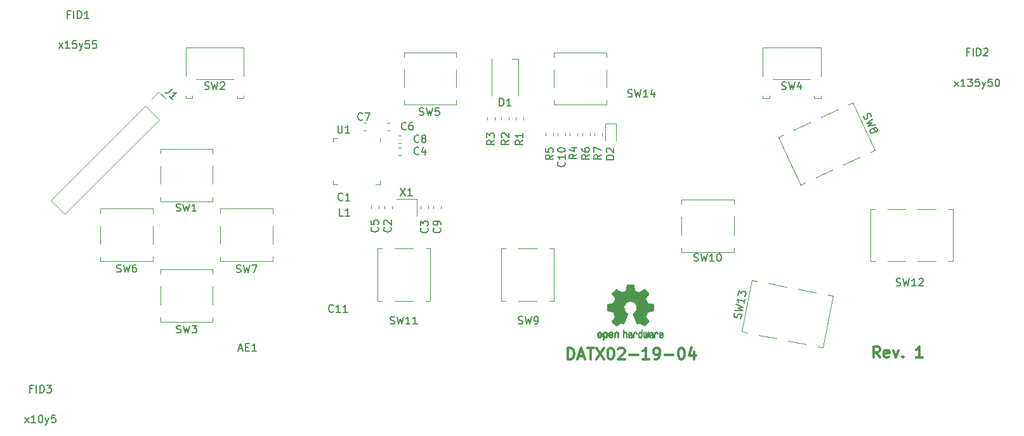
<source format=gbr>
%TF.GenerationSoftware,KiCad,Pcbnew,5.0.1*%
%TF.CreationDate,2019-03-25T09:06:49+01:00*%
%TF.ProjectId,rev1,726576312E6B696361645F7063620000,rev?*%
%TF.SameCoordinates,Original*%
%TF.FileFunction,Legend,Top*%
%TF.FilePolarity,Positive*%
%FSLAX46Y46*%
G04 Gerber Fmt 4.6, Leading zero omitted, Abs format (unit mm)*
G04 Created by KiCad (PCBNEW 5.0.1) date Mon 25 Mar 2019 09:06:49 AM CET*
%MOMM*%
%LPD*%
G01*
G04 APERTURE LIST*
%ADD10C,0.300000*%
%ADD11C,0.120000*%
%ADD12C,0.010000*%
%ADD13C,0.150000*%
G04 APERTURE END LIST*
D10*
X211007142Y-127778571D02*
X210507142Y-127064285D01*
X210150000Y-127778571D02*
X210150000Y-126278571D01*
X210721428Y-126278571D01*
X210864285Y-126350000D01*
X210935714Y-126421428D01*
X211007142Y-126564285D01*
X211007142Y-126778571D01*
X210935714Y-126921428D01*
X210864285Y-126992857D01*
X210721428Y-127064285D01*
X210150000Y-127064285D01*
X212221428Y-127707142D02*
X212078571Y-127778571D01*
X211792857Y-127778571D01*
X211650000Y-127707142D01*
X211578571Y-127564285D01*
X211578571Y-126992857D01*
X211650000Y-126850000D01*
X211792857Y-126778571D01*
X212078571Y-126778571D01*
X212221428Y-126850000D01*
X212292857Y-126992857D01*
X212292857Y-127135714D01*
X211578571Y-127278571D01*
X212792857Y-126778571D02*
X213150000Y-127778571D01*
X213507142Y-126778571D01*
X214078571Y-127635714D02*
X214150000Y-127707142D01*
X214078571Y-127778571D01*
X214007142Y-127707142D01*
X214078571Y-127635714D01*
X214078571Y-127778571D01*
X216721428Y-127778571D02*
X215864285Y-127778571D01*
X216292857Y-127778571D02*
X216292857Y-126278571D01*
X216150000Y-126492857D01*
X216007142Y-126635714D01*
X215864285Y-126707142D01*
X169385714Y-127978571D02*
X169385714Y-126478571D01*
X169742857Y-126478571D01*
X169957142Y-126550000D01*
X170100000Y-126692857D01*
X170171428Y-126835714D01*
X170242857Y-127121428D01*
X170242857Y-127335714D01*
X170171428Y-127621428D01*
X170100000Y-127764285D01*
X169957142Y-127907142D01*
X169742857Y-127978571D01*
X169385714Y-127978571D01*
X170814285Y-127550000D02*
X171528571Y-127550000D01*
X170671428Y-127978571D02*
X171171428Y-126478571D01*
X171671428Y-127978571D01*
X171957142Y-126478571D02*
X172814285Y-126478571D01*
X172385714Y-127978571D02*
X172385714Y-126478571D01*
X173171428Y-126478571D02*
X174171428Y-127978571D01*
X174171428Y-126478571D02*
X173171428Y-127978571D01*
X175028571Y-126478571D02*
X175171428Y-126478571D01*
X175314285Y-126550000D01*
X175385714Y-126621428D01*
X175457142Y-126764285D01*
X175528571Y-127050000D01*
X175528571Y-127407142D01*
X175457142Y-127692857D01*
X175385714Y-127835714D01*
X175314285Y-127907142D01*
X175171428Y-127978571D01*
X175028571Y-127978571D01*
X174885714Y-127907142D01*
X174814285Y-127835714D01*
X174742857Y-127692857D01*
X174671428Y-127407142D01*
X174671428Y-127050000D01*
X174742857Y-126764285D01*
X174814285Y-126621428D01*
X174885714Y-126550000D01*
X175028571Y-126478571D01*
X176100000Y-126621428D02*
X176171428Y-126550000D01*
X176314285Y-126478571D01*
X176671428Y-126478571D01*
X176814285Y-126550000D01*
X176885714Y-126621428D01*
X176957142Y-126764285D01*
X176957142Y-126907142D01*
X176885714Y-127121428D01*
X176028571Y-127978571D01*
X176957142Y-127978571D01*
X177600000Y-127407142D02*
X178742857Y-127407142D01*
X180242857Y-127978571D02*
X179385714Y-127978571D01*
X179814285Y-127978571D02*
X179814285Y-126478571D01*
X179671428Y-126692857D01*
X179528571Y-126835714D01*
X179385714Y-126907142D01*
X180957142Y-127978571D02*
X181242857Y-127978571D01*
X181385714Y-127907142D01*
X181457142Y-127835714D01*
X181600000Y-127621428D01*
X181671428Y-127335714D01*
X181671428Y-126764285D01*
X181600000Y-126621428D01*
X181528571Y-126550000D01*
X181385714Y-126478571D01*
X181100000Y-126478571D01*
X180957142Y-126550000D01*
X180885714Y-126621428D01*
X180814285Y-126764285D01*
X180814285Y-127121428D01*
X180885714Y-127264285D01*
X180957142Y-127335714D01*
X181100000Y-127407142D01*
X181385714Y-127407142D01*
X181528571Y-127335714D01*
X181600000Y-127264285D01*
X181671428Y-127121428D01*
X182314285Y-127407142D02*
X183457142Y-127407142D01*
X184457142Y-126478571D02*
X184600000Y-126478571D01*
X184742857Y-126550000D01*
X184814285Y-126621428D01*
X184885714Y-126764285D01*
X184957142Y-127050000D01*
X184957142Y-127407142D01*
X184885714Y-127692857D01*
X184814285Y-127835714D01*
X184742857Y-127907142D01*
X184600000Y-127978571D01*
X184457142Y-127978571D01*
X184314285Y-127907142D01*
X184242857Y-127835714D01*
X184171428Y-127692857D01*
X184100000Y-127407142D01*
X184100000Y-127050000D01*
X184171428Y-126764285D01*
X184242857Y-126621428D01*
X184314285Y-126550000D01*
X184457142Y-126478571D01*
X186242857Y-126978571D02*
X186242857Y-127978571D01*
X185885714Y-126407142D02*
X185528571Y-127478571D01*
X186457142Y-127478571D01*
D11*
X114800000Y-92269096D02*
X115740452Y-93209548D01*
X113859548Y-93209548D02*
X114800000Y-92269096D01*
X112961522Y-94107574D02*
X114842426Y-95988478D01*
X114842426Y-95988478D02*
X102227641Y-108603263D01*
X112961522Y-94107574D02*
X100346737Y-106722359D01*
X100346737Y-106722359D02*
X102227641Y-108603263D01*
X144160000Y-107850279D02*
X144160000Y-107524721D01*
X143140000Y-107850279D02*
X143140000Y-107524721D01*
X175810000Y-98787500D02*
X175810000Y-96502500D01*
X175810000Y-96502500D02*
X174340000Y-96502500D01*
X174340000Y-96502500D02*
X174340000Y-98787500D01*
X193943882Y-117439855D02*
X194631021Y-117573422D01*
X204741781Y-119538754D02*
X204054642Y-119405188D01*
X203406118Y-126410145D02*
X202718979Y-126276578D01*
X192608219Y-124311246D02*
X193295358Y-124444812D01*
X198792470Y-125513342D02*
X201148375Y-125971284D01*
X200128133Y-118641952D02*
X202484038Y-119099894D01*
X193943882Y-117439855D02*
X192608219Y-124311246D01*
X203406118Y-126410145D02*
X204741781Y-119538754D01*
X194865961Y-124750106D02*
X197221866Y-125208048D01*
X196201624Y-117878716D02*
X198557529Y-118336658D01*
X184525000Y-113675000D02*
X184525000Y-113075000D01*
X184525000Y-106675000D02*
X184525000Y-107275000D01*
X191525000Y-106675000D02*
X191525000Y-107275000D01*
X191525000Y-113675000D02*
X191525000Y-113075000D01*
X191525000Y-111375000D02*
X191525000Y-108975000D01*
X184525000Y-111375000D02*
X184525000Y-108975000D01*
X184525000Y-113675000D02*
X191525000Y-113675000D01*
X191525000Y-106675000D02*
X184525000Y-106675000D01*
X210388856Y-100047677D02*
X209754441Y-100343510D01*
X200419471Y-104696478D02*
X201053886Y-104400645D01*
X197461143Y-98352324D02*
X198095558Y-98056491D01*
X207430528Y-93703523D02*
X206796113Y-93999356D01*
X201720789Y-96366018D02*
X199545651Y-97380302D01*
X204679117Y-102710172D02*
X202503979Y-103724456D01*
X210388856Y-100047677D02*
X207430528Y-93703523D01*
X197461143Y-98352324D02*
X200419471Y-104696478D01*
X205346021Y-94675545D02*
X203170882Y-95689829D01*
X208304348Y-101019699D02*
X206129210Y-102033983D01*
X167500000Y-94000000D02*
X167500000Y-93400000D01*
X167500000Y-87000000D02*
X167500000Y-87600000D01*
X174500000Y-87000000D02*
X174500000Y-87600000D01*
X174500000Y-94000000D02*
X174500000Y-93400000D01*
X174500000Y-91700000D02*
X174500000Y-89300000D01*
X167500000Y-91700000D02*
X167500000Y-89300000D01*
X167500000Y-94000000D02*
X174500000Y-94000000D01*
X174500000Y-87000000D02*
X167500000Y-87000000D01*
X171280000Y-98140279D02*
X171280000Y-97814721D01*
X172300000Y-98140279D02*
X172300000Y-97814721D01*
X170640000Y-98145279D02*
X170640000Y-97819721D01*
X169620000Y-98145279D02*
X169620000Y-97819721D01*
X168040000Y-98135279D02*
X168040000Y-97809721D01*
X169060000Y-98135279D02*
X169060000Y-97809721D01*
X144310000Y-98990000D02*
X144310000Y-98440000D01*
X138090000Y-104660000D02*
X138640000Y-104660000D01*
X138090000Y-104110000D02*
X138090000Y-104660000D01*
X138090000Y-98440000D02*
X138640000Y-98440000D01*
X138090000Y-98990000D02*
X138090000Y-98440000D01*
X144310000Y-104660000D02*
X143760000Y-104660000D01*
X144310000Y-104110000D02*
X144310000Y-104660000D01*
X150996700Y-120189000D02*
X150996700Y-113189000D01*
X143996700Y-113189000D02*
X143996700Y-120189000D01*
X146296700Y-113189000D02*
X148696700Y-113189000D01*
X146296700Y-120189000D02*
X148696700Y-120189000D01*
X143996700Y-120189000D02*
X144596700Y-120189000D01*
X150996700Y-120189000D02*
X150396700Y-120189000D01*
X150996700Y-113189000D02*
X150396700Y-113189000D01*
X143996700Y-113189000D02*
X144596700Y-113189000D01*
X160500000Y-113200000D02*
X160500000Y-120200000D01*
X167500000Y-120200000D02*
X167500000Y-113200000D01*
X165200000Y-120200000D02*
X162800000Y-120200000D01*
X165200000Y-113200000D02*
X162800000Y-113200000D01*
X167500000Y-113200000D02*
X166900000Y-113200000D01*
X160500000Y-113200000D02*
X161100000Y-113200000D01*
X160500000Y-120200000D02*
X161100000Y-120200000D01*
X167500000Y-120200000D02*
X166900000Y-120200000D01*
X122996700Y-114889000D02*
X129996700Y-114889000D01*
X129996700Y-107889000D02*
X122996700Y-107889000D01*
X129996700Y-110189000D02*
X129996700Y-112589000D01*
X122996700Y-110189000D02*
X122996700Y-112589000D01*
X122996700Y-107889000D02*
X122996700Y-108489000D01*
X122996700Y-114889000D02*
X122996700Y-114289000D01*
X129996700Y-114889000D02*
X129996700Y-114289000D01*
X129996700Y-107889000D02*
X129996700Y-108489000D01*
X106996700Y-114889000D02*
X113996700Y-114889000D01*
X113996700Y-107889000D02*
X106996700Y-107889000D01*
X113996700Y-110189000D02*
X113996700Y-112589000D01*
X106996700Y-110189000D02*
X106996700Y-112589000D01*
X106996700Y-107889000D02*
X106996700Y-108489000D01*
X106996700Y-114889000D02*
X106996700Y-114289000D01*
X113996700Y-114889000D02*
X113996700Y-114289000D01*
X113996700Y-107889000D02*
X113996700Y-108489000D01*
X154496700Y-86989000D02*
X147496700Y-86989000D01*
X147496700Y-93989000D02*
X154496700Y-93989000D01*
X147496700Y-91689000D02*
X147496700Y-89289000D01*
X154496700Y-91689000D02*
X154496700Y-89289000D01*
X154496700Y-93989000D02*
X154496700Y-93389000D01*
X154496700Y-86989000D02*
X154496700Y-87589000D01*
X147496700Y-86989000D02*
X147496700Y-87589000D01*
X147496700Y-93989000D02*
X147496700Y-93389000D01*
X114996700Y-122989000D02*
X121996700Y-122989000D01*
X121996700Y-115989000D02*
X114996700Y-115989000D01*
X121996700Y-118289000D02*
X121996700Y-120689000D01*
X114996700Y-118289000D02*
X114996700Y-120689000D01*
X114996700Y-115989000D02*
X114996700Y-116589000D01*
X114996700Y-122989000D02*
X114996700Y-122389000D01*
X121996700Y-122989000D02*
X121996700Y-122389000D01*
X121996700Y-115989000D02*
X121996700Y-116589000D01*
X121996700Y-99889000D02*
X114996700Y-99889000D01*
X114996700Y-106889000D02*
X121996700Y-106889000D01*
X114996700Y-104589000D02*
X114996700Y-102189000D01*
X121996700Y-104589000D02*
X121996700Y-102189000D01*
X121996700Y-106889000D02*
X121996700Y-106289000D01*
X121996700Y-99889000D02*
X121996700Y-100489000D01*
X114996700Y-99889000D02*
X114996700Y-100489000D01*
X114996700Y-106889000D02*
X114996700Y-106289000D01*
X162800000Y-92800000D02*
X162800000Y-87900000D01*
X159200000Y-87900000D02*
X159200000Y-92800000D01*
X162800000Y-87900000D02*
X161900000Y-87900000D01*
X149200000Y-106550000D02*
X146500000Y-106550000D01*
X149200000Y-108850000D02*
X149200000Y-106550000D01*
X159635000Y-95987779D02*
X159635000Y-95662221D01*
X158615000Y-95987779D02*
X158615000Y-95662221D01*
X161535000Y-95987779D02*
X161535000Y-95662221D01*
X160515000Y-95987779D02*
X160515000Y-95662221D01*
X163435000Y-96000279D02*
X163435000Y-95674721D01*
X162415000Y-96000279D02*
X162415000Y-95674721D01*
X152460000Y-107850279D02*
X152460000Y-107524721D01*
X151440000Y-107850279D02*
X151440000Y-107524721D01*
X147100280Y-98090000D02*
X146774722Y-98090000D01*
X147100280Y-99110000D02*
X146774722Y-99110000D01*
X142087220Y-97410000D02*
X142412780Y-97410000D01*
X142087220Y-96390000D02*
X142412780Y-96390000D01*
X145274722Y-97410000D02*
X145600280Y-97410000D01*
X145274722Y-96390000D02*
X145600280Y-96390000D01*
X147100280Y-99690000D02*
X146774722Y-99690000D01*
X147100280Y-100710000D02*
X146774722Y-100710000D01*
X149740000Y-107524721D02*
X149740000Y-107850279D01*
X150760000Y-107524721D02*
X150760000Y-107850279D01*
X145910000Y-107850279D02*
X145910000Y-107524721D01*
X144890000Y-107850279D02*
X144890000Y-107524721D01*
X172915000Y-98137779D02*
X172915000Y-97812221D01*
X173935000Y-98137779D02*
X173935000Y-97812221D01*
X125230000Y-93120000D02*
X125230000Y-92770000D01*
X126120000Y-93120000D02*
X125230000Y-93120000D01*
X126120000Y-92820000D02*
X126120000Y-93120000D01*
X126120000Y-90180000D02*
X126120000Y-86330000D01*
X126120000Y-86330000D02*
X118380000Y-86330000D01*
X118380000Y-86330000D02*
X118380000Y-90180000D01*
X119760000Y-90570000D02*
X124740000Y-90570000D01*
X119270000Y-93120000D02*
X118380000Y-93120000D01*
X119270000Y-93120000D02*
X119270000Y-92770000D01*
X118380000Y-92820000D02*
X118380000Y-93120000D01*
X195380000Y-92820000D02*
X195380000Y-93120000D01*
X196270000Y-93120000D02*
X196270000Y-92770000D01*
X196270000Y-93120000D02*
X195380000Y-93120000D01*
X196760000Y-90570000D02*
X201740000Y-90570000D01*
X195380000Y-86330000D02*
X195380000Y-90180000D01*
X203120000Y-86330000D02*
X195380000Y-86330000D01*
X203120000Y-90180000D02*
X203120000Y-86330000D01*
X203120000Y-92820000D02*
X203120000Y-93120000D01*
X203120000Y-93120000D02*
X202230000Y-93120000D01*
X202230000Y-93120000D02*
X202230000Y-92770000D01*
X167460000Y-97799721D02*
X167460000Y-98125279D01*
X166440000Y-97799721D02*
X166440000Y-98125279D01*
D12*
G36*
X177839878Y-117987776D02*
X177945612Y-117988355D01*
X178022132Y-117989922D01*
X178074372Y-117992972D01*
X178107263Y-117997996D01*
X178125737Y-118005489D01*
X178134727Y-118015944D01*
X178139163Y-118029853D01*
X178139594Y-118031654D01*
X178146333Y-118064145D01*
X178158808Y-118128252D01*
X178175719Y-118217151D01*
X178195771Y-118324019D01*
X178217664Y-118442033D01*
X178218429Y-118446178D01*
X178240359Y-118561831D01*
X178260877Y-118664014D01*
X178278659Y-118746598D01*
X178292381Y-118803456D01*
X178300718Y-118828458D01*
X178301116Y-118828901D01*
X178325677Y-118841110D01*
X178376315Y-118861456D01*
X178442095Y-118885545D01*
X178442461Y-118885674D01*
X178525317Y-118916818D01*
X178623000Y-118956491D01*
X178715077Y-118996381D01*
X178719434Y-118998353D01*
X178869407Y-119066420D01*
X179201498Y-118839639D01*
X179303374Y-118770504D01*
X179395657Y-118708697D01*
X179473003Y-118657733D01*
X179530064Y-118621127D01*
X179561495Y-118602394D01*
X179564479Y-118601004D01*
X179587321Y-118607190D01*
X179629982Y-118637035D01*
X179694128Y-118691947D01*
X179781421Y-118773334D01*
X179870535Y-118859922D01*
X179956441Y-118945247D01*
X180033327Y-119023108D01*
X180096564Y-119088697D01*
X180141523Y-119137205D01*
X180163576Y-119163825D01*
X180164396Y-119165195D01*
X180166834Y-119183463D01*
X180157650Y-119213295D01*
X180134574Y-119258721D01*
X180095337Y-119323770D01*
X180037670Y-119412470D01*
X179960795Y-119526657D01*
X179892570Y-119627162D01*
X179831582Y-119717303D01*
X179781356Y-119791849D01*
X179745416Y-119845565D01*
X179727287Y-119873218D01*
X179726146Y-119875095D01*
X179728359Y-119901590D01*
X179745138Y-119953086D01*
X179773142Y-120019851D01*
X179783122Y-120041172D01*
X179826672Y-120136159D01*
X179873134Y-120243937D01*
X179910877Y-120337192D01*
X179938073Y-120406406D01*
X179959675Y-120459006D01*
X179972158Y-120486497D01*
X179973709Y-120488616D01*
X179996668Y-120492124D01*
X180050786Y-120501738D01*
X180128868Y-120516089D01*
X180223719Y-120533807D01*
X180328143Y-120553525D01*
X180434944Y-120573874D01*
X180536926Y-120593486D01*
X180626894Y-120610991D01*
X180697653Y-120625022D01*
X180742006Y-120634209D01*
X180752885Y-120636807D01*
X180764122Y-120643218D01*
X180772605Y-120657697D01*
X180778714Y-120685133D01*
X180782832Y-120730411D01*
X180785341Y-120798420D01*
X180786621Y-120894047D01*
X180787054Y-121022180D01*
X180787077Y-121074701D01*
X180787077Y-121501845D01*
X180684500Y-121522091D01*
X180627431Y-121533070D01*
X180542269Y-121549095D01*
X180439372Y-121568233D01*
X180329096Y-121588551D01*
X180298615Y-121594132D01*
X180196855Y-121613917D01*
X180108205Y-121633373D01*
X180040108Y-121650697D01*
X180000004Y-121664088D01*
X179993323Y-121668079D01*
X179976919Y-121696342D01*
X179953399Y-121751109D01*
X179927316Y-121821588D01*
X179922142Y-121836769D01*
X179887956Y-121930896D01*
X179845523Y-122037101D01*
X179803997Y-122132473D01*
X179803792Y-122132916D01*
X179734640Y-122282525D01*
X180189512Y-122951617D01*
X179897500Y-123244116D01*
X179809180Y-123331170D01*
X179728625Y-123407909D01*
X179660360Y-123470237D01*
X179608908Y-123514056D01*
X179578794Y-123535270D01*
X179574474Y-123536616D01*
X179549111Y-123526016D01*
X179497358Y-123496547D01*
X179424868Y-123451705D01*
X179337294Y-123394984D01*
X179242612Y-123331462D01*
X179146516Y-123266668D01*
X179060837Y-123210287D01*
X178991016Y-123165788D01*
X178942494Y-123136639D01*
X178920782Y-123126308D01*
X178894293Y-123135050D01*
X178844062Y-123158087D01*
X178780451Y-123190631D01*
X178773708Y-123194249D01*
X178688046Y-123237210D01*
X178629306Y-123258279D01*
X178592772Y-123258503D01*
X178573731Y-123238928D01*
X178573620Y-123238654D01*
X178564102Y-123215472D01*
X178541403Y-123160441D01*
X178507282Y-123077822D01*
X178463500Y-122971872D01*
X178411816Y-122846852D01*
X178353992Y-122707020D01*
X178297991Y-122571637D01*
X178236447Y-122422234D01*
X178179939Y-122283832D01*
X178130161Y-122160673D01*
X178088806Y-122057002D01*
X178057568Y-121977059D01*
X178038141Y-121925088D01*
X178032154Y-121905692D01*
X178047168Y-121883443D01*
X178086439Y-121847982D01*
X178138807Y-121808887D01*
X178287941Y-121685245D01*
X178404511Y-121543522D01*
X178487118Y-121386704D01*
X178534366Y-121217775D01*
X178544857Y-121039722D01*
X178537231Y-120957539D01*
X178495682Y-120787031D01*
X178424123Y-120636459D01*
X178326995Y-120507309D01*
X178208734Y-120401064D01*
X178073780Y-120319210D01*
X177926571Y-120263232D01*
X177771544Y-120234615D01*
X177613139Y-120234844D01*
X177455794Y-120265405D01*
X177303946Y-120327782D01*
X177162035Y-120423460D01*
X177102803Y-120477572D01*
X176989203Y-120616520D01*
X176910106Y-120768361D01*
X176864986Y-120928667D01*
X176853316Y-121093012D01*
X176874569Y-121256971D01*
X176928220Y-121416118D01*
X177013740Y-121566025D01*
X177130605Y-121702267D01*
X177261193Y-121808887D01*
X177315588Y-121849642D01*
X177354014Y-121884718D01*
X177367846Y-121905726D01*
X177360603Y-121928635D01*
X177340005Y-121983365D01*
X177307746Y-122065672D01*
X177265521Y-122171315D01*
X177215023Y-122296050D01*
X177157948Y-122435636D01*
X177101854Y-122571670D01*
X177039967Y-122721201D01*
X176982644Y-122859767D01*
X176931644Y-122983107D01*
X176888727Y-123086964D01*
X176855653Y-123167080D01*
X176834181Y-123219195D01*
X176826225Y-123238654D01*
X176807429Y-123258423D01*
X176771074Y-123258365D01*
X176712479Y-123237441D01*
X176626968Y-123194613D01*
X176626292Y-123194249D01*
X176561907Y-123161012D01*
X176509861Y-123136802D01*
X176480512Y-123126404D01*
X176479217Y-123126308D01*
X176457124Y-123136855D01*
X176408348Y-123166184D01*
X176338331Y-123210827D01*
X176252514Y-123267314D01*
X176157388Y-123331462D01*
X176060540Y-123396411D01*
X175973253Y-123452896D01*
X175901181Y-123497421D01*
X175849977Y-123526490D01*
X175825526Y-123536616D01*
X175803010Y-123523307D01*
X175757742Y-123486112D01*
X175694244Y-123429128D01*
X175617039Y-123356449D01*
X175530651Y-123272171D01*
X175502399Y-123244016D01*
X175210287Y-122951416D01*
X175432631Y-122625104D01*
X175500202Y-122524897D01*
X175559507Y-122434963D01*
X175607217Y-122360510D01*
X175640007Y-122306751D01*
X175654548Y-122278894D01*
X175654974Y-122276912D01*
X175647308Y-122250655D01*
X175626689Y-122197837D01*
X175596685Y-122127310D01*
X175575625Y-122080093D01*
X175536248Y-121989694D01*
X175499165Y-121898366D01*
X175470415Y-121821200D01*
X175462605Y-121797692D01*
X175440417Y-121734916D01*
X175418727Y-121686411D01*
X175406813Y-121668079D01*
X175380523Y-121656859D01*
X175323142Y-121640954D01*
X175242118Y-121622167D01*
X175144895Y-121602299D01*
X175101385Y-121594132D01*
X174990896Y-121573829D01*
X174884916Y-121554170D01*
X174793801Y-121537088D01*
X174727908Y-121524518D01*
X174715500Y-121522091D01*
X174612923Y-121501845D01*
X174612923Y-121074701D01*
X174613153Y-120934246D01*
X174614099Y-120827979D01*
X174616141Y-120751013D01*
X174619662Y-120698460D01*
X174625043Y-120665433D01*
X174632666Y-120647045D01*
X174642912Y-120638408D01*
X174647115Y-120636807D01*
X174672470Y-120631127D01*
X174728484Y-120619795D01*
X174807964Y-120604179D01*
X174903712Y-120585647D01*
X175008533Y-120565569D01*
X175115232Y-120545312D01*
X175216613Y-120526246D01*
X175305479Y-120509739D01*
X175374637Y-120497159D01*
X175416889Y-120489875D01*
X175426290Y-120488616D01*
X175434807Y-120471763D01*
X175453660Y-120426870D01*
X175479324Y-120362430D01*
X175489123Y-120337192D01*
X175528648Y-120239686D01*
X175575192Y-120131959D01*
X175616877Y-120041172D01*
X175647550Y-119971753D01*
X175667956Y-119914710D01*
X175674768Y-119879777D01*
X175673682Y-119875095D01*
X175659285Y-119852991D01*
X175626412Y-119803831D01*
X175578590Y-119732848D01*
X175519348Y-119645278D01*
X175452215Y-119546357D01*
X175438941Y-119526830D01*
X175361046Y-119411140D01*
X175303787Y-119323044D01*
X175264881Y-119258486D01*
X175242044Y-119213411D01*
X175232994Y-119183763D01*
X175235448Y-119165485D01*
X175235511Y-119165369D01*
X175254827Y-119141361D01*
X175297551Y-119094947D01*
X175359051Y-119030937D01*
X175434698Y-118954145D01*
X175519861Y-118869382D01*
X175529465Y-118859922D01*
X175636790Y-118755989D01*
X175719615Y-118679675D01*
X175779605Y-118629571D01*
X175818423Y-118604270D01*
X175835520Y-118601004D01*
X175860473Y-118615250D01*
X175912255Y-118648156D01*
X175985520Y-118696208D01*
X176074920Y-118755890D01*
X176175111Y-118823688D01*
X176198501Y-118839639D01*
X176530593Y-119066420D01*
X176680565Y-118998353D01*
X176771770Y-118958685D01*
X176869669Y-118918791D01*
X176953831Y-118886983D01*
X176957538Y-118885674D01*
X177023369Y-118861576D01*
X177074116Y-118841200D01*
X177098842Y-118828936D01*
X177098884Y-118828901D01*
X177106729Y-118806734D01*
X177120066Y-118752217D01*
X177137570Y-118671480D01*
X177157917Y-118570650D01*
X177179782Y-118455856D01*
X177181571Y-118446178D01*
X177203504Y-118327904D01*
X177223640Y-118220542D01*
X177240680Y-118130917D01*
X177253328Y-118065851D01*
X177260284Y-118032168D01*
X177260406Y-118031654D01*
X177264639Y-118017325D01*
X177272871Y-118006507D01*
X177290033Y-117998706D01*
X177321058Y-117993429D01*
X177370878Y-117990182D01*
X177444424Y-117988472D01*
X177546629Y-117987807D01*
X177682425Y-117987693D01*
X177700000Y-117987692D01*
X177839878Y-117987776D01*
X177839878Y-117987776D01*
G37*
X177839878Y-117987776D02*
X177945612Y-117988355D01*
X178022132Y-117989922D01*
X178074372Y-117992972D01*
X178107263Y-117997996D01*
X178125737Y-118005489D01*
X178134727Y-118015944D01*
X178139163Y-118029853D01*
X178139594Y-118031654D01*
X178146333Y-118064145D01*
X178158808Y-118128252D01*
X178175719Y-118217151D01*
X178195771Y-118324019D01*
X178217664Y-118442033D01*
X178218429Y-118446178D01*
X178240359Y-118561831D01*
X178260877Y-118664014D01*
X178278659Y-118746598D01*
X178292381Y-118803456D01*
X178300718Y-118828458D01*
X178301116Y-118828901D01*
X178325677Y-118841110D01*
X178376315Y-118861456D01*
X178442095Y-118885545D01*
X178442461Y-118885674D01*
X178525317Y-118916818D01*
X178623000Y-118956491D01*
X178715077Y-118996381D01*
X178719434Y-118998353D01*
X178869407Y-119066420D01*
X179201498Y-118839639D01*
X179303374Y-118770504D01*
X179395657Y-118708697D01*
X179473003Y-118657733D01*
X179530064Y-118621127D01*
X179561495Y-118602394D01*
X179564479Y-118601004D01*
X179587321Y-118607190D01*
X179629982Y-118637035D01*
X179694128Y-118691947D01*
X179781421Y-118773334D01*
X179870535Y-118859922D01*
X179956441Y-118945247D01*
X180033327Y-119023108D01*
X180096564Y-119088697D01*
X180141523Y-119137205D01*
X180163576Y-119163825D01*
X180164396Y-119165195D01*
X180166834Y-119183463D01*
X180157650Y-119213295D01*
X180134574Y-119258721D01*
X180095337Y-119323770D01*
X180037670Y-119412470D01*
X179960795Y-119526657D01*
X179892570Y-119627162D01*
X179831582Y-119717303D01*
X179781356Y-119791849D01*
X179745416Y-119845565D01*
X179727287Y-119873218D01*
X179726146Y-119875095D01*
X179728359Y-119901590D01*
X179745138Y-119953086D01*
X179773142Y-120019851D01*
X179783122Y-120041172D01*
X179826672Y-120136159D01*
X179873134Y-120243937D01*
X179910877Y-120337192D01*
X179938073Y-120406406D01*
X179959675Y-120459006D01*
X179972158Y-120486497D01*
X179973709Y-120488616D01*
X179996668Y-120492124D01*
X180050786Y-120501738D01*
X180128868Y-120516089D01*
X180223719Y-120533807D01*
X180328143Y-120553525D01*
X180434944Y-120573874D01*
X180536926Y-120593486D01*
X180626894Y-120610991D01*
X180697653Y-120625022D01*
X180742006Y-120634209D01*
X180752885Y-120636807D01*
X180764122Y-120643218D01*
X180772605Y-120657697D01*
X180778714Y-120685133D01*
X180782832Y-120730411D01*
X180785341Y-120798420D01*
X180786621Y-120894047D01*
X180787054Y-121022180D01*
X180787077Y-121074701D01*
X180787077Y-121501845D01*
X180684500Y-121522091D01*
X180627431Y-121533070D01*
X180542269Y-121549095D01*
X180439372Y-121568233D01*
X180329096Y-121588551D01*
X180298615Y-121594132D01*
X180196855Y-121613917D01*
X180108205Y-121633373D01*
X180040108Y-121650697D01*
X180000004Y-121664088D01*
X179993323Y-121668079D01*
X179976919Y-121696342D01*
X179953399Y-121751109D01*
X179927316Y-121821588D01*
X179922142Y-121836769D01*
X179887956Y-121930896D01*
X179845523Y-122037101D01*
X179803997Y-122132473D01*
X179803792Y-122132916D01*
X179734640Y-122282525D01*
X180189512Y-122951617D01*
X179897500Y-123244116D01*
X179809180Y-123331170D01*
X179728625Y-123407909D01*
X179660360Y-123470237D01*
X179608908Y-123514056D01*
X179578794Y-123535270D01*
X179574474Y-123536616D01*
X179549111Y-123526016D01*
X179497358Y-123496547D01*
X179424868Y-123451705D01*
X179337294Y-123394984D01*
X179242612Y-123331462D01*
X179146516Y-123266668D01*
X179060837Y-123210287D01*
X178991016Y-123165788D01*
X178942494Y-123136639D01*
X178920782Y-123126308D01*
X178894293Y-123135050D01*
X178844062Y-123158087D01*
X178780451Y-123190631D01*
X178773708Y-123194249D01*
X178688046Y-123237210D01*
X178629306Y-123258279D01*
X178592772Y-123258503D01*
X178573731Y-123238928D01*
X178573620Y-123238654D01*
X178564102Y-123215472D01*
X178541403Y-123160441D01*
X178507282Y-123077822D01*
X178463500Y-122971872D01*
X178411816Y-122846852D01*
X178353992Y-122707020D01*
X178297991Y-122571637D01*
X178236447Y-122422234D01*
X178179939Y-122283832D01*
X178130161Y-122160673D01*
X178088806Y-122057002D01*
X178057568Y-121977059D01*
X178038141Y-121925088D01*
X178032154Y-121905692D01*
X178047168Y-121883443D01*
X178086439Y-121847982D01*
X178138807Y-121808887D01*
X178287941Y-121685245D01*
X178404511Y-121543522D01*
X178487118Y-121386704D01*
X178534366Y-121217775D01*
X178544857Y-121039722D01*
X178537231Y-120957539D01*
X178495682Y-120787031D01*
X178424123Y-120636459D01*
X178326995Y-120507309D01*
X178208734Y-120401064D01*
X178073780Y-120319210D01*
X177926571Y-120263232D01*
X177771544Y-120234615D01*
X177613139Y-120234844D01*
X177455794Y-120265405D01*
X177303946Y-120327782D01*
X177162035Y-120423460D01*
X177102803Y-120477572D01*
X176989203Y-120616520D01*
X176910106Y-120768361D01*
X176864986Y-120928667D01*
X176853316Y-121093012D01*
X176874569Y-121256971D01*
X176928220Y-121416118D01*
X177013740Y-121566025D01*
X177130605Y-121702267D01*
X177261193Y-121808887D01*
X177315588Y-121849642D01*
X177354014Y-121884718D01*
X177367846Y-121905726D01*
X177360603Y-121928635D01*
X177340005Y-121983365D01*
X177307746Y-122065672D01*
X177265521Y-122171315D01*
X177215023Y-122296050D01*
X177157948Y-122435636D01*
X177101854Y-122571670D01*
X177039967Y-122721201D01*
X176982644Y-122859767D01*
X176931644Y-122983107D01*
X176888727Y-123086964D01*
X176855653Y-123167080D01*
X176834181Y-123219195D01*
X176826225Y-123238654D01*
X176807429Y-123258423D01*
X176771074Y-123258365D01*
X176712479Y-123237441D01*
X176626968Y-123194613D01*
X176626292Y-123194249D01*
X176561907Y-123161012D01*
X176509861Y-123136802D01*
X176480512Y-123126404D01*
X176479217Y-123126308D01*
X176457124Y-123136855D01*
X176408348Y-123166184D01*
X176338331Y-123210827D01*
X176252514Y-123267314D01*
X176157388Y-123331462D01*
X176060540Y-123396411D01*
X175973253Y-123452896D01*
X175901181Y-123497421D01*
X175849977Y-123526490D01*
X175825526Y-123536616D01*
X175803010Y-123523307D01*
X175757742Y-123486112D01*
X175694244Y-123429128D01*
X175617039Y-123356449D01*
X175530651Y-123272171D01*
X175502399Y-123244016D01*
X175210287Y-122951416D01*
X175432631Y-122625104D01*
X175500202Y-122524897D01*
X175559507Y-122434963D01*
X175607217Y-122360510D01*
X175640007Y-122306751D01*
X175654548Y-122278894D01*
X175654974Y-122276912D01*
X175647308Y-122250655D01*
X175626689Y-122197837D01*
X175596685Y-122127310D01*
X175575625Y-122080093D01*
X175536248Y-121989694D01*
X175499165Y-121898366D01*
X175470415Y-121821200D01*
X175462605Y-121797692D01*
X175440417Y-121734916D01*
X175418727Y-121686411D01*
X175406813Y-121668079D01*
X175380523Y-121656859D01*
X175323142Y-121640954D01*
X175242118Y-121622167D01*
X175144895Y-121602299D01*
X175101385Y-121594132D01*
X174990896Y-121573829D01*
X174884916Y-121554170D01*
X174793801Y-121537088D01*
X174727908Y-121524518D01*
X174715500Y-121522091D01*
X174612923Y-121501845D01*
X174612923Y-121074701D01*
X174613153Y-120934246D01*
X174614099Y-120827979D01*
X174616141Y-120751013D01*
X174619662Y-120698460D01*
X174625043Y-120665433D01*
X174632666Y-120647045D01*
X174642912Y-120638408D01*
X174647115Y-120636807D01*
X174672470Y-120631127D01*
X174728484Y-120619795D01*
X174807964Y-120604179D01*
X174903712Y-120585647D01*
X175008533Y-120565569D01*
X175115232Y-120545312D01*
X175216613Y-120526246D01*
X175305479Y-120509739D01*
X175374637Y-120497159D01*
X175416889Y-120489875D01*
X175426290Y-120488616D01*
X175434807Y-120471763D01*
X175453660Y-120426870D01*
X175479324Y-120362430D01*
X175489123Y-120337192D01*
X175528648Y-120239686D01*
X175575192Y-120131959D01*
X175616877Y-120041172D01*
X175647550Y-119971753D01*
X175667956Y-119914710D01*
X175674768Y-119879777D01*
X175673682Y-119875095D01*
X175659285Y-119852991D01*
X175626412Y-119803831D01*
X175578590Y-119732848D01*
X175519348Y-119645278D01*
X175452215Y-119546357D01*
X175438941Y-119526830D01*
X175361046Y-119411140D01*
X175303787Y-119323044D01*
X175264881Y-119258486D01*
X175242044Y-119213411D01*
X175232994Y-119183763D01*
X175235448Y-119165485D01*
X175235511Y-119165369D01*
X175254827Y-119141361D01*
X175297551Y-119094947D01*
X175359051Y-119030937D01*
X175434698Y-118954145D01*
X175519861Y-118869382D01*
X175529465Y-118859922D01*
X175636790Y-118755989D01*
X175719615Y-118679675D01*
X175779605Y-118629571D01*
X175818423Y-118604270D01*
X175835520Y-118601004D01*
X175860473Y-118615250D01*
X175912255Y-118648156D01*
X175985520Y-118696208D01*
X176074920Y-118755890D01*
X176175111Y-118823688D01*
X176198501Y-118839639D01*
X176530593Y-119066420D01*
X176680565Y-118998353D01*
X176771770Y-118958685D01*
X176869669Y-118918791D01*
X176953831Y-118886983D01*
X176957538Y-118885674D01*
X177023369Y-118861576D01*
X177074116Y-118841200D01*
X177098842Y-118828936D01*
X177098884Y-118828901D01*
X177106729Y-118806734D01*
X177120066Y-118752217D01*
X177137570Y-118671480D01*
X177157917Y-118570650D01*
X177179782Y-118455856D01*
X177181571Y-118446178D01*
X177203504Y-118327904D01*
X177223640Y-118220542D01*
X177240680Y-118130917D01*
X177253328Y-118065851D01*
X177260284Y-118032168D01*
X177260406Y-118031654D01*
X177264639Y-118017325D01*
X177272871Y-118006507D01*
X177290033Y-117998706D01*
X177321058Y-117993429D01*
X177370878Y-117990182D01*
X177444424Y-117988472D01*
X177546629Y-117987807D01*
X177682425Y-117987693D01*
X177700000Y-117987692D01*
X177839878Y-117987776D01*
G36*
X181945224Y-124347838D02*
X182022528Y-124398361D01*
X182059814Y-124443590D01*
X182089353Y-124525663D01*
X182091699Y-124590607D01*
X182086385Y-124677445D01*
X181886115Y-124765103D01*
X181788739Y-124809887D01*
X181725113Y-124845913D01*
X181692029Y-124877117D01*
X181686280Y-124907436D01*
X181704658Y-124940805D01*
X181724923Y-124962923D01*
X181783889Y-124998393D01*
X181848024Y-125000879D01*
X181906926Y-124973235D01*
X181950197Y-124918320D01*
X181957936Y-124898928D01*
X181995006Y-124838364D01*
X182037654Y-124812552D01*
X182096154Y-124790471D01*
X182096154Y-124874184D01*
X182090982Y-124931150D01*
X182070723Y-124979189D01*
X182028262Y-125034346D01*
X182021951Y-125041514D01*
X181974720Y-125090585D01*
X181934121Y-125116920D01*
X181883328Y-125129035D01*
X181841220Y-125133003D01*
X181765902Y-125133991D01*
X181712286Y-125121466D01*
X181678838Y-125102869D01*
X181626268Y-125061975D01*
X181589879Y-125017748D01*
X181566850Y-124962126D01*
X181554359Y-124887047D01*
X181549587Y-124784449D01*
X181549206Y-124732376D01*
X181550501Y-124669948D01*
X181668471Y-124669948D01*
X181669839Y-124703438D01*
X181673249Y-124708923D01*
X181695753Y-124701472D01*
X181744182Y-124681753D01*
X181808908Y-124653718D01*
X181822443Y-124647692D01*
X181904244Y-124606096D01*
X181949312Y-124569538D01*
X181959217Y-124535296D01*
X181935526Y-124500648D01*
X181915960Y-124485339D01*
X181845360Y-124454721D01*
X181779280Y-124459780D01*
X181723959Y-124497151D01*
X181685636Y-124563473D01*
X181673349Y-124616116D01*
X181668471Y-124669948D01*
X181550501Y-124669948D01*
X181551730Y-124610720D01*
X181561032Y-124520710D01*
X181579460Y-124455167D01*
X181609360Y-124406912D01*
X181653080Y-124368767D01*
X181672141Y-124356440D01*
X181758726Y-124324336D01*
X181853522Y-124322316D01*
X181945224Y-124347838D01*
X181945224Y-124347838D01*
G37*
X181945224Y-124347838D02*
X182022528Y-124398361D01*
X182059814Y-124443590D01*
X182089353Y-124525663D01*
X182091699Y-124590607D01*
X182086385Y-124677445D01*
X181886115Y-124765103D01*
X181788739Y-124809887D01*
X181725113Y-124845913D01*
X181692029Y-124877117D01*
X181686280Y-124907436D01*
X181704658Y-124940805D01*
X181724923Y-124962923D01*
X181783889Y-124998393D01*
X181848024Y-125000879D01*
X181906926Y-124973235D01*
X181950197Y-124918320D01*
X181957936Y-124898928D01*
X181995006Y-124838364D01*
X182037654Y-124812552D01*
X182096154Y-124790471D01*
X182096154Y-124874184D01*
X182090982Y-124931150D01*
X182070723Y-124979189D01*
X182028262Y-125034346D01*
X182021951Y-125041514D01*
X181974720Y-125090585D01*
X181934121Y-125116920D01*
X181883328Y-125129035D01*
X181841220Y-125133003D01*
X181765902Y-125133991D01*
X181712286Y-125121466D01*
X181678838Y-125102869D01*
X181626268Y-125061975D01*
X181589879Y-125017748D01*
X181566850Y-124962126D01*
X181554359Y-124887047D01*
X181549587Y-124784449D01*
X181549206Y-124732376D01*
X181550501Y-124669948D01*
X181668471Y-124669948D01*
X181669839Y-124703438D01*
X181673249Y-124708923D01*
X181695753Y-124701472D01*
X181744182Y-124681753D01*
X181808908Y-124653718D01*
X181822443Y-124647692D01*
X181904244Y-124606096D01*
X181949312Y-124569538D01*
X181959217Y-124535296D01*
X181935526Y-124500648D01*
X181915960Y-124485339D01*
X181845360Y-124454721D01*
X181779280Y-124459780D01*
X181723959Y-124497151D01*
X181685636Y-124563473D01*
X181673349Y-124616116D01*
X181668471Y-124669948D01*
X181550501Y-124669948D01*
X181551730Y-124610720D01*
X181561032Y-124520710D01*
X181579460Y-124455167D01*
X181609360Y-124406912D01*
X181653080Y-124368767D01*
X181672141Y-124356440D01*
X181758726Y-124324336D01*
X181853522Y-124322316D01*
X181945224Y-124347838D01*
G36*
X181270807Y-124336782D02*
X181294161Y-124346988D01*
X181349902Y-124391134D01*
X181397569Y-124454967D01*
X181427048Y-124523087D01*
X181431846Y-124556670D01*
X181415760Y-124603556D01*
X181380475Y-124628365D01*
X181342644Y-124643387D01*
X181325321Y-124646155D01*
X181316886Y-124626066D01*
X181300230Y-124582351D01*
X181292923Y-124562598D01*
X181251948Y-124494271D01*
X181192622Y-124460191D01*
X181116552Y-124461239D01*
X181110918Y-124462581D01*
X181070305Y-124481836D01*
X181040448Y-124519375D01*
X181020055Y-124579809D01*
X181007836Y-124667751D01*
X181002500Y-124787813D01*
X181002000Y-124851698D01*
X181001752Y-124952403D01*
X181000126Y-125021054D01*
X180995801Y-125064673D01*
X180987454Y-125090282D01*
X180973765Y-125104903D01*
X180953411Y-125115558D01*
X180952234Y-125116095D01*
X180913038Y-125132667D01*
X180893619Y-125138769D01*
X180890635Y-125120319D01*
X180888081Y-125069323D01*
X180886140Y-124992308D01*
X180884997Y-124895805D01*
X180884769Y-124825184D01*
X180885932Y-124688525D01*
X180890479Y-124584851D01*
X180899999Y-124508108D01*
X180916081Y-124452246D01*
X180940313Y-124411212D01*
X180974286Y-124378954D01*
X181007833Y-124356440D01*
X181088499Y-124326476D01*
X181182381Y-124319718D01*
X181270807Y-124336782D01*
X181270807Y-124336782D01*
G37*
X181270807Y-124336782D02*
X181294161Y-124346988D01*
X181349902Y-124391134D01*
X181397569Y-124454967D01*
X181427048Y-124523087D01*
X181431846Y-124556670D01*
X181415760Y-124603556D01*
X181380475Y-124628365D01*
X181342644Y-124643387D01*
X181325321Y-124646155D01*
X181316886Y-124626066D01*
X181300230Y-124582351D01*
X181292923Y-124562598D01*
X181251948Y-124494271D01*
X181192622Y-124460191D01*
X181116552Y-124461239D01*
X181110918Y-124462581D01*
X181070305Y-124481836D01*
X181040448Y-124519375D01*
X181020055Y-124579809D01*
X181007836Y-124667751D01*
X181002500Y-124787813D01*
X181002000Y-124851698D01*
X181001752Y-124952403D01*
X181000126Y-125021054D01*
X180995801Y-125064673D01*
X180987454Y-125090282D01*
X180973765Y-125104903D01*
X180953411Y-125115558D01*
X180952234Y-125116095D01*
X180913038Y-125132667D01*
X180893619Y-125138769D01*
X180890635Y-125120319D01*
X180888081Y-125069323D01*
X180886140Y-124992308D01*
X180884997Y-124895805D01*
X180884769Y-124825184D01*
X180885932Y-124688525D01*
X180890479Y-124584851D01*
X180899999Y-124508108D01*
X180916081Y-124452246D01*
X180940313Y-124411212D01*
X180974286Y-124378954D01*
X181007833Y-124356440D01*
X181088499Y-124326476D01*
X181182381Y-124319718D01*
X181270807Y-124336782D01*
G36*
X180587333Y-124333528D02*
X180643590Y-124359117D01*
X180687747Y-124390124D01*
X180720101Y-124424795D01*
X180742438Y-124469520D01*
X180756546Y-124530692D01*
X180764211Y-124614701D01*
X180767220Y-124727940D01*
X180767538Y-124802509D01*
X180767538Y-125093420D01*
X180717773Y-125116095D01*
X180678576Y-125132667D01*
X180659157Y-125138769D01*
X180655442Y-125120610D01*
X180652495Y-125071648D01*
X180650691Y-125000153D01*
X180650308Y-124943385D01*
X180648661Y-124861371D01*
X180644222Y-124796309D01*
X180637740Y-124756467D01*
X180632590Y-124748000D01*
X180597977Y-124756646D01*
X180543640Y-124778823D01*
X180480722Y-124808886D01*
X180420368Y-124841192D01*
X180373721Y-124870098D01*
X180351926Y-124889961D01*
X180351839Y-124890175D01*
X180353714Y-124926935D01*
X180370525Y-124962026D01*
X180400039Y-124990528D01*
X180443116Y-125000061D01*
X180479932Y-124998950D01*
X180532074Y-124998133D01*
X180559444Y-125010349D01*
X180575882Y-125042624D01*
X180577955Y-125048710D01*
X180585081Y-125094739D01*
X180566024Y-125122687D01*
X180516353Y-125136007D01*
X180462697Y-125138470D01*
X180366142Y-125120210D01*
X180316159Y-125094131D01*
X180254429Y-125032868D01*
X180221690Y-124957670D01*
X180218753Y-124878211D01*
X180246424Y-124804167D01*
X180288047Y-124757769D01*
X180329604Y-124731793D01*
X180394922Y-124698907D01*
X180471038Y-124665557D01*
X180483726Y-124660461D01*
X180567333Y-124623565D01*
X180615530Y-124591046D01*
X180631030Y-124558718D01*
X180616550Y-124522394D01*
X180591692Y-124494000D01*
X180532939Y-124459039D01*
X180468293Y-124456417D01*
X180409008Y-124483358D01*
X180366339Y-124537088D01*
X180360739Y-124550950D01*
X180328133Y-124601936D01*
X180280530Y-124639787D01*
X180220461Y-124670850D01*
X180220461Y-124582768D01*
X180223997Y-124528951D01*
X180239156Y-124486534D01*
X180272768Y-124441279D01*
X180305035Y-124406420D01*
X180355209Y-124357062D01*
X180394193Y-124330547D01*
X180436064Y-124319911D01*
X180483460Y-124318154D01*
X180587333Y-124333528D01*
X180587333Y-124333528D01*
G37*
X180587333Y-124333528D02*
X180643590Y-124359117D01*
X180687747Y-124390124D01*
X180720101Y-124424795D01*
X180742438Y-124469520D01*
X180756546Y-124530692D01*
X180764211Y-124614701D01*
X180767220Y-124727940D01*
X180767538Y-124802509D01*
X180767538Y-125093420D01*
X180717773Y-125116095D01*
X180678576Y-125132667D01*
X180659157Y-125138769D01*
X180655442Y-125120610D01*
X180652495Y-125071648D01*
X180650691Y-125000153D01*
X180650308Y-124943385D01*
X180648661Y-124861371D01*
X180644222Y-124796309D01*
X180637740Y-124756467D01*
X180632590Y-124748000D01*
X180597977Y-124756646D01*
X180543640Y-124778823D01*
X180480722Y-124808886D01*
X180420368Y-124841192D01*
X180373721Y-124870098D01*
X180351926Y-124889961D01*
X180351839Y-124890175D01*
X180353714Y-124926935D01*
X180370525Y-124962026D01*
X180400039Y-124990528D01*
X180443116Y-125000061D01*
X180479932Y-124998950D01*
X180532074Y-124998133D01*
X180559444Y-125010349D01*
X180575882Y-125042624D01*
X180577955Y-125048710D01*
X180585081Y-125094739D01*
X180566024Y-125122687D01*
X180516353Y-125136007D01*
X180462697Y-125138470D01*
X180366142Y-125120210D01*
X180316159Y-125094131D01*
X180254429Y-125032868D01*
X180221690Y-124957670D01*
X180218753Y-124878211D01*
X180246424Y-124804167D01*
X180288047Y-124757769D01*
X180329604Y-124731793D01*
X180394922Y-124698907D01*
X180471038Y-124665557D01*
X180483726Y-124660461D01*
X180567333Y-124623565D01*
X180615530Y-124591046D01*
X180631030Y-124558718D01*
X180616550Y-124522394D01*
X180591692Y-124494000D01*
X180532939Y-124459039D01*
X180468293Y-124456417D01*
X180409008Y-124483358D01*
X180366339Y-124537088D01*
X180360739Y-124550950D01*
X180328133Y-124601936D01*
X180280530Y-124639787D01*
X180220461Y-124670850D01*
X180220461Y-124582768D01*
X180223997Y-124528951D01*
X180239156Y-124486534D01*
X180272768Y-124441279D01*
X180305035Y-124406420D01*
X180355209Y-124357062D01*
X180394193Y-124330547D01*
X180436064Y-124319911D01*
X180483460Y-124318154D01*
X180587333Y-124333528D01*
G36*
X180095929Y-124336662D02*
X180098911Y-124388068D01*
X180101247Y-124466192D01*
X180102749Y-124564857D01*
X180103231Y-124668343D01*
X180103231Y-125018533D01*
X180041401Y-125080363D01*
X179998793Y-125118462D01*
X179961390Y-125133895D01*
X179910270Y-125132918D01*
X179889978Y-125130433D01*
X179826554Y-125123200D01*
X179774095Y-125119055D01*
X179761308Y-125118672D01*
X179718199Y-125121176D01*
X179656544Y-125127462D01*
X179632638Y-125130433D01*
X179573922Y-125135028D01*
X179534464Y-125125046D01*
X179495338Y-125094228D01*
X179481215Y-125080363D01*
X179419385Y-125018533D01*
X179419385Y-124363503D01*
X179469150Y-124340829D01*
X179512002Y-124324034D01*
X179537073Y-124318154D01*
X179543501Y-124336736D01*
X179549509Y-124388655D01*
X179554697Y-124468172D01*
X179558664Y-124569546D01*
X179560577Y-124655192D01*
X179565923Y-124992231D01*
X179612560Y-124998825D01*
X179654976Y-124994214D01*
X179675760Y-124979287D01*
X179681570Y-124951377D01*
X179686530Y-124891925D01*
X179690246Y-124808466D01*
X179692324Y-124708532D01*
X179692624Y-124657104D01*
X179692923Y-124361054D01*
X179754454Y-124339604D01*
X179798004Y-124325020D01*
X179821694Y-124318219D01*
X179822377Y-124318154D01*
X179824754Y-124336642D01*
X179827366Y-124387906D01*
X179829995Y-124465649D01*
X179832421Y-124563574D01*
X179834115Y-124655192D01*
X179839461Y-124992231D01*
X179956692Y-124992231D01*
X179962072Y-124684746D01*
X179967451Y-124377261D01*
X180024601Y-124347707D01*
X180066797Y-124327413D01*
X180091770Y-124318204D01*
X180092491Y-124318154D01*
X180095929Y-124336662D01*
X180095929Y-124336662D01*
G37*
X180095929Y-124336662D02*
X180098911Y-124388068D01*
X180101247Y-124466192D01*
X180102749Y-124564857D01*
X180103231Y-124668343D01*
X180103231Y-125018533D01*
X180041401Y-125080363D01*
X179998793Y-125118462D01*
X179961390Y-125133895D01*
X179910270Y-125132918D01*
X179889978Y-125130433D01*
X179826554Y-125123200D01*
X179774095Y-125119055D01*
X179761308Y-125118672D01*
X179718199Y-125121176D01*
X179656544Y-125127462D01*
X179632638Y-125130433D01*
X179573922Y-125135028D01*
X179534464Y-125125046D01*
X179495338Y-125094228D01*
X179481215Y-125080363D01*
X179419385Y-125018533D01*
X179419385Y-124363503D01*
X179469150Y-124340829D01*
X179512002Y-124324034D01*
X179537073Y-124318154D01*
X179543501Y-124336736D01*
X179549509Y-124388655D01*
X179554697Y-124468172D01*
X179558664Y-124569546D01*
X179560577Y-124655192D01*
X179565923Y-124992231D01*
X179612560Y-124998825D01*
X179654976Y-124994214D01*
X179675760Y-124979287D01*
X179681570Y-124951377D01*
X179686530Y-124891925D01*
X179690246Y-124808466D01*
X179692324Y-124708532D01*
X179692624Y-124657104D01*
X179692923Y-124361054D01*
X179754454Y-124339604D01*
X179798004Y-124325020D01*
X179821694Y-124318219D01*
X179822377Y-124318154D01*
X179824754Y-124336642D01*
X179827366Y-124387906D01*
X179829995Y-124465649D01*
X179832421Y-124563574D01*
X179834115Y-124655192D01*
X179839461Y-124992231D01*
X179956692Y-124992231D01*
X179962072Y-124684746D01*
X179967451Y-124377261D01*
X180024601Y-124347707D01*
X180066797Y-124327413D01*
X180091770Y-124318204D01*
X180092491Y-124318154D01*
X180095929Y-124336662D01*
G36*
X179302081Y-124480289D02*
X179301833Y-124626320D01*
X179300872Y-124738655D01*
X179298794Y-124822678D01*
X179295193Y-124883769D01*
X179289665Y-124927309D01*
X179281804Y-124958679D01*
X179271207Y-124983262D01*
X179263182Y-124997294D01*
X179196728Y-125073388D01*
X179112470Y-125121084D01*
X179019249Y-125138199D01*
X178925900Y-125122546D01*
X178870312Y-125094418D01*
X178811957Y-125045760D01*
X178772186Y-124986333D01*
X178748190Y-124908507D01*
X178737161Y-124804652D01*
X178735599Y-124728462D01*
X178735809Y-124722986D01*
X178872308Y-124722986D01*
X178873141Y-124810355D01*
X178876961Y-124868192D01*
X178885746Y-124906029D01*
X178901474Y-124933398D01*
X178920266Y-124954042D01*
X178983375Y-124993890D01*
X179051137Y-124997295D01*
X179115179Y-124964025D01*
X179120164Y-124959517D01*
X179141439Y-124936067D01*
X179154779Y-124908166D01*
X179162001Y-124866641D01*
X179164923Y-124802316D01*
X179165385Y-124731200D01*
X179164383Y-124641858D01*
X179160238Y-124582258D01*
X179151236Y-124543089D01*
X179135667Y-124515040D01*
X179122902Y-124500144D01*
X179063600Y-124462575D01*
X178995301Y-124458057D01*
X178930110Y-124486753D01*
X178917528Y-124497406D01*
X178896111Y-124521063D01*
X178882744Y-124549251D01*
X178875566Y-124591245D01*
X178872719Y-124656319D01*
X178872308Y-124722986D01*
X178735809Y-124722986D01*
X178740322Y-124605765D01*
X178756362Y-124513577D01*
X178786528Y-124444269D01*
X178833629Y-124390211D01*
X178870312Y-124362505D01*
X178936990Y-124332572D01*
X179014272Y-124318678D01*
X179086110Y-124322397D01*
X179126308Y-124337400D01*
X179142082Y-124341670D01*
X179152550Y-124325750D01*
X179159856Y-124283089D01*
X179165385Y-124218106D01*
X179171437Y-124145732D01*
X179179844Y-124102187D01*
X179195141Y-124077287D01*
X179221864Y-124060845D01*
X179238654Y-124053564D01*
X179302154Y-124026963D01*
X179302081Y-124480289D01*
X179302081Y-124480289D01*
G37*
X179302081Y-124480289D02*
X179301833Y-124626320D01*
X179300872Y-124738655D01*
X179298794Y-124822678D01*
X179295193Y-124883769D01*
X179289665Y-124927309D01*
X179281804Y-124958679D01*
X179271207Y-124983262D01*
X179263182Y-124997294D01*
X179196728Y-125073388D01*
X179112470Y-125121084D01*
X179019249Y-125138199D01*
X178925900Y-125122546D01*
X178870312Y-125094418D01*
X178811957Y-125045760D01*
X178772186Y-124986333D01*
X178748190Y-124908507D01*
X178737161Y-124804652D01*
X178735599Y-124728462D01*
X178735809Y-124722986D01*
X178872308Y-124722986D01*
X178873141Y-124810355D01*
X178876961Y-124868192D01*
X178885746Y-124906029D01*
X178901474Y-124933398D01*
X178920266Y-124954042D01*
X178983375Y-124993890D01*
X179051137Y-124997295D01*
X179115179Y-124964025D01*
X179120164Y-124959517D01*
X179141439Y-124936067D01*
X179154779Y-124908166D01*
X179162001Y-124866641D01*
X179164923Y-124802316D01*
X179165385Y-124731200D01*
X179164383Y-124641858D01*
X179160238Y-124582258D01*
X179151236Y-124543089D01*
X179135667Y-124515040D01*
X179122902Y-124500144D01*
X179063600Y-124462575D01*
X178995301Y-124458057D01*
X178930110Y-124486753D01*
X178917528Y-124497406D01*
X178896111Y-124521063D01*
X178882744Y-124549251D01*
X178875566Y-124591245D01*
X178872719Y-124656319D01*
X178872308Y-124722986D01*
X178735809Y-124722986D01*
X178740322Y-124605765D01*
X178756362Y-124513577D01*
X178786528Y-124444269D01*
X178833629Y-124390211D01*
X178870312Y-124362505D01*
X178936990Y-124332572D01*
X179014272Y-124318678D01*
X179086110Y-124322397D01*
X179126308Y-124337400D01*
X179142082Y-124341670D01*
X179152550Y-124325750D01*
X179159856Y-124283089D01*
X179165385Y-124218106D01*
X179171437Y-124145732D01*
X179179844Y-124102187D01*
X179195141Y-124077287D01*
X179221864Y-124060845D01*
X179238654Y-124053564D01*
X179302154Y-124026963D01*
X179302081Y-124480289D01*
G36*
X178413362Y-124324670D02*
X178502117Y-124357421D01*
X178574022Y-124415350D01*
X178602144Y-124456128D01*
X178632802Y-124530954D01*
X178632165Y-124585058D01*
X178599987Y-124621446D01*
X178588081Y-124627633D01*
X178536675Y-124646925D01*
X178510422Y-124641982D01*
X178501530Y-124609587D01*
X178501077Y-124591692D01*
X178484797Y-124525859D01*
X178442365Y-124479807D01*
X178383388Y-124457564D01*
X178317475Y-124463161D01*
X178263895Y-124492229D01*
X178245798Y-124508810D01*
X178232971Y-124528925D01*
X178224306Y-124559332D01*
X178218696Y-124606788D01*
X178215035Y-124678050D01*
X178212215Y-124779875D01*
X178211484Y-124812115D01*
X178208820Y-124922410D01*
X178205792Y-125000036D01*
X178201250Y-125051396D01*
X178194046Y-125082890D01*
X178183033Y-125100920D01*
X178167060Y-125111888D01*
X178156834Y-125116733D01*
X178113406Y-125133301D01*
X178087842Y-125138769D01*
X178079395Y-125120507D01*
X178074239Y-125065296D01*
X178072346Y-124972499D01*
X178073689Y-124841478D01*
X178074107Y-124821269D01*
X178077058Y-124701733D01*
X178080548Y-124614449D01*
X178085514Y-124552591D01*
X178092893Y-124509336D01*
X178103624Y-124477860D01*
X178118645Y-124451339D01*
X178126502Y-124439975D01*
X178171553Y-124389692D01*
X178221940Y-124350581D01*
X178228108Y-124347167D01*
X178318458Y-124320212D01*
X178413362Y-124324670D01*
X178413362Y-124324670D01*
G37*
X178413362Y-124324670D02*
X178502117Y-124357421D01*
X178574022Y-124415350D01*
X178602144Y-124456128D01*
X178632802Y-124530954D01*
X178632165Y-124585058D01*
X178599987Y-124621446D01*
X178588081Y-124627633D01*
X178536675Y-124646925D01*
X178510422Y-124641982D01*
X178501530Y-124609587D01*
X178501077Y-124591692D01*
X178484797Y-124525859D01*
X178442365Y-124479807D01*
X178383388Y-124457564D01*
X178317475Y-124463161D01*
X178263895Y-124492229D01*
X178245798Y-124508810D01*
X178232971Y-124528925D01*
X178224306Y-124559332D01*
X178218696Y-124606788D01*
X178215035Y-124678050D01*
X178212215Y-124779875D01*
X178211484Y-124812115D01*
X178208820Y-124922410D01*
X178205792Y-125000036D01*
X178201250Y-125051396D01*
X178194046Y-125082890D01*
X178183033Y-125100920D01*
X178167060Y-125111888D01*
X178156834Y-125116733D01*
X178113406Y-125133301D01*
X178087842Y-125138769D01*
X178079395Y-125120507D01*
X178074239Y-125065296D01*
X178072346Y-124972499D01*
X178073689Y-124841478D01*
X178074107Y-124821269D01*
X178077058Y-124701733D01*
X178080548Y-124614449D01*
X178085514Y-124552591D01*
X178092893Y-124509336D01*
X178103624Y-124477860D01*
X178118645Y-124451339D01*
X178126502Y-124439975D01*
X178171553Y-124389692D01*
X178221940Y-124350581D01*
X178228108Y-124347167D01*
X178318458Y-124320212D01*
X178413362Y-124324670D01*
G36*
X177753501Y-124326303D02*
X177830060Y-124354733D01*
X177830936Y-124355279D01*
X177878285Y-124390127D01*
X177913241Y-124430852D01*
X177937825Y-124483925D01*
X177954062Y-124555814D01*
X177963975Y-124652992D01*
X177969586Y-124781928D01*
X177970077Y-124800298D01*
X177977141Y-125077287D01*
X177917695Y-125108028D01*
X177874681Y-125128802D01*
X177848710Y-125138646D01*
X177847509Y-125138769D01*
X177843014Y-125120606D01*
X177839444Y-125071612D01*
X177837248Y-125000031D01*
X177836769Y-124942068D01*
X177836758Y-124848170D01*
X177832466Y-124789203D01*
X177817503Y-124761079D01*
X177785482Y-124759706D01*
X177730014Y-124780998D01*
X177646269Y-124820136D01*
X177584689Y-124852643D01*
X177553017Y-124880845D01*
X177543706Y-124911582D01*
X177543692Y-124913104D01*
X177559057Y-124966054D01*
X177604547Y-124994660D01*
X177674166Y-124998803D01*
X177724313Y-124998084D01*
X177750754Y-125012527D01*
X177767243Y-125047218D01*
X177776733Y-125091416D01*
X177763057Y-125116493D01*
X177757907Y-125120082D01*
X177709425Y-125134496D01*
X177641531Y-125136537D01*
X177571612Y-125126983D01*
X177522068Y-125109522D01*
X177453570Y-125051364D01*
X177414634Y-124970408D01*
X177406923Y-124907160D01*
X177412807Y-124850111D01*
X177434101Y-124803542D01*
X177476265Y-124762181D01*
X177544759Y-124720755D01*
X177645044Y-124673993D01*
X177651154Y-124671350D01*
X177741490Y-124629617D01*
X177797235Y-124595391D01*
X177821129Y-124564635D01*
X177815913Y-124533311D01*
X177784328Y-124497383D01*
X177774883Y-124489116D01*
X177711617Y-124457058D01*
X177646064Y-124458407D01*
X177588972Y-124489838D01*
X177551093Y-124548024D01*
X177547574Y-124559446D01*
X177513300Y-124614837D01*
X177469809Y-124641518D01*
X177406923Y-124667960D01*
X177406923Y-124599548D01*
X177426052Y-124500110D01*
X177482831Y-124408902D01*
X177512378Y-124378389D01*
X177579542Y-124339228D01*
X177664956Y-124321500D01*
X177753501Y-124326303D01*
X177753501Y-124326303D01*
G37*
X177753501Y-124326303D02*
X177830060Y-124354733D01*
X177830936Y-124355279D01*
X177878285Y-124390127D01*
X177913241Y-124430852D01*
X177937825Y-124483925D01*
X177954062Y-124555814D01*
X177963975Y-124652992D01*
X177969586Y-124781928D01*
X177970077Y-124800298D01*
X177977141Y-125077287D01*
X177917695Y-125108028D01*
X177874681Y-125128802D01*
X177848710Y-125138646D01*
X177847509Y-125138769D01*
X177843014Y-125120606D01*
X177839444Y-125071612D01*
X177837248Y-125000031D01*
X177836769Y-124942068D01*
X177836758Y-124848170D01*
X177832466Y-124789203D01*
X177817503Y-124761079D01*
X177785482Y-124759706D01*
X177730014Y-124780998D01*
X177646269Y-124820136D01*
X177584689Y-124852643D01*
X177553017Y-124880845D01*
X177543706Y-124911582D01*
X177543692Y-124913104D01*
X177559057Y-124966054D01*
X177604547Y-124994660D01*
X177674166Y-124998803D01*
X177724313Y-124998084D01*
X177750754Y-125012527D01*
X177767243Y-125047218D01*
X177776733Y-125091416D01*
X177763057Y-125116493D01*
X177757907Y-125120082D01*
X177709425Y-125134496D01*
X177641531Y-125136537D01*
X177571612Y-125126983D01*
X177522068Y-125109522D01*
X177453570Y-125051364D01*
X177414634Y-124970408D01*
X177406923Y-124907160D01*
X177412807Y-124850111D01*
X177434101Y-124803542D01*
X177476265Y-124762181D01*
X177544759Y-124720755D01*
X177645044Y-124673993D01*
X177651154Y-124671350D01*
X177741490Y-124629617D01*
X177797235Y-124595391D01*
X177821129Y-124564635D01*
X177815913Y-124533311D01*
X177784328Y-124497383D01*
X177774883Y-124489116D01*
X177711617Y-124457058D01*
X177646064Y-124458407D01*
X177588972Y-124489838D01*
X177551093Y-124548024D01*
X177547574Y-124559446D01*
X177513300Y-124614837D01*
X177469809Y-124641518D01*
X177406923Y-124667960D01*
X177406923Y-124599548D01*
X177426052Y-124500110D01*
X177482831Y-124408902D01*
X177512378Y-124378389D01*
X177579542Y-124339228D01*
X177664956Y-124321500D01*
X177753501Y-124326303D01*
G36*
X176859846Y-124192120D02*
X176865572Y-124271980D01*
X176872149Y-124319039D01*
X176881262Y-124339566D01*
X176894598Y-124339829D01*
X176898923Y-124337378D01*
X176956444Y-124319636D01*
X177031268Y-124320672D01*
X177107339Y-124338910D01*
X177154918Y-124362505D01*
X177203702Y-124400198D01*
X177239364Y-124442855D01*
X177263845Y-124497057D01*
X177279087Y-124569384D01*
X177287030Y-124666419D01*
X177289616Y-124794742D01*
X177289662Y-124819358D01*
X177289692Y-125095870D01*
X177228161Y-125117320D01*
X177184459Y-125131912D01*
X177160482Y-125138706D01*
X177159777Y-125138769D01*
X177157415Y-125120345D01*
X177155406Y-125069526D01*
X177153901Y-124992993D01*
X177153053Y-124897430D01*
X177152923Y-124839329D01*
X177152651Y-124724771D01*
X177151252Y-124642667D01*
X177147849Y-124586393D01*
X177141567Y-124549326D01*
X177131529Y-124524844D01*
X177116861Y-124506325D01*
X177107702Y-124497406D01*
X177044789Y-124461466D01*
X176976136Y-124458775D01*
X176913848Y-124489170D01*
X176902329Y-124500144D01*
X176885433Y-124520779D01*
X176873714Y-124545256D01*
X176866233Y-124580647D01*
X176862054Y-124634026D01*
X176860237Y-124712466D01*
X176859846Y-124820617D01*
X176859846Y-125095870D01*
X176798315Y-125117320D01*
X176754613Y-125131912D01*
X176730636Y-125138706D01*
X176729930Y-125138769D01*
X176728126Y-125120069D01*
X176726500Y-125067322D01*
X176725117Y-124985557D01*
X176724042Y-124879805D01*
X176723340Y-124755094D01*
X176723077Y-124616455D01*
X176723077Y-124081806D01*
X176850077Y-124028236D01*
X176859846Y-124192120D01*
X176859846Y-124192120D01*
G37*
X176859846Y-124192120D02*
X176865572Y-124271980D01*
X176872149Y-124319039D01*
X176881262Y-124339566D01*
X176894598Y-124339829D01*
X176898923Y-124337378D01*
X176956444Y-124319636D01*
X177031268Y-124320672D01*
X177107339Y-124338910D01*
X177154918Y-124362505D01*
X177203702Y-124400198D01*
X177239364Y-124442855D01*
X177263845Y-124497057D01*
X177279087Y-124569384D01*
X177287030Y-124666419D01*
X177289616Y-124794742D01*
X177289662Y-124819358D01*
X177289692Y-125095870D01*
X177228161Y-125117320D01*
X177184459Y-125131912D01*
X177160482Y-125138706D01*
X177159777Y-125138769D01*
X177157415Y-125120345D01*
X177155406Y-125069526D01*
X177153901Y-124992993D01*
X177153053Y-124897430D01*
X177152923Y-124839329D01*
X177152651Y-124724771D01*
X177151252Y-124642667D01*
X177147849Y-124586393D01*
X177141567Y-124549326D01*
X177131529Y-124524844D01*
X177116861Y-124506325D01*
X177107702Y-124497406D01*
X177044789Y-124461466D01*
X176976136Y-124458775D01*
X176913848Y-124489170D01*
X176902329Y-124500144D01*
X176885433Y-124520779D01*
X176873714Y-124545256D01*
X176866233Y-124580647D01*
X176862054Y-124634026D01*
X176860237Y-124712466D01*
X176859846Y-124820617D01*
X176859846Y-125095870D01*
X176798315Y-125117320D01*
X176754613Y-125131912D01*
X176730636Y-125138706D01*
X176729930Y-125138769D01*
X176728126Y-125120069D01*
X176726500Y-125067322D01*
X176725117Y-124985557D01*
X176724042Y-124879805D01*
X176723340Y-124755094D01*
X176723077Y-124616455D01*
X176723077Y-124081806D01*
X176850077Y-124028236D01*
X176859846Y-124192120D01*
G36*
X175234254Y-124299745D02*
X175311286Y-124351567D01*
X175370816Y-124426412D01*
X175406378Y-124521654D01*
X175413571Y-124591756D01*
X175412754Y-124621009D01*
X175405914Y-124643407D01*
X175387112Y-124663474D01*
X175350408Y-124685733D01*
X175289862Y-124714709D01*
X175199534Y-124754927D01*
X175199077Y-124755129D01*
X175115933Y-124793210D01*
X175047753Y-124827025D01*
X175001505Y-124852933D01*
X174984158Y-124867295D01*
X174984154Y-124867411D01*
X174999443Y-124898685D01*
X175035196Y-124933157D01*
X175076242Y-124957990D01*
X175097037Y-124962923D01*
X175153770Y-124945862D01*
X175202627Y-124903133D01*
X175226465Y-124856155D01*
X175249397Y-124821522D01*
X175294318Y-124782081D01*
X175347123Y-124748009D01*
X175393710Y-124729480D01*
X175403452Y-124728462D01*
X175414418Y-124745215D01*
X175415079Y-124788039D01*
X175407020Y-124845781D01*
X175391827Y-124907289D01*
X175371086Y-124961409D01*
X175370038Y-124963510D01*
X175307621Y-125050660D01*
X175226726Y-125109939D01*
X175134856Y-125139034D01*
X175039513Y-125135634D01*
X174948198Y-125097428D01*
X174944138Y-125094741D01*
X174872306Y-125029642D01*
X174825073Y-124944705D01*
X174798934Y-124833021D01*
X174795426Y-124801643D01*
X174789213Y-124653536D01*
X174796661Y-124584468D01*
X174984154Y-124584468D01*
X174986590Y-124627552D01*
X174999914Y-124640126D01*
X175033132Y-124630719D01*
X175085494Y-124608483D01*
X175144024Y-124580610D01*
X175145479Y-124579872D01*
X175195089Y-124553777D01*
X175215000Y-124536363D01*
X175210090Y-124518107D01*
X175189416Y-124494120D01*
X175136819Y-124459406D01*
X175080177Y-124456856D01*
X175029369Y-124482119D01*
X174994276Y-124530847D01*
X174984154Y-124584468D01*
X174796661Y-124584468D01*
X174801992Y-124535036D01*
X174834778Y-124441055D01*
X174880421Y-124375215D01*
X174962802Y-124308681D01*
X175053546Y-124275676D01*
X175146185Y-124273573D01*
X175234254Y-124299745D01*
X175234254Y-124299745D01*
G37*
X175234254Y-124299745D02*
X175311286Y-124351567D01*
X175370816Y-124426412D01*
X175406378Y-124521654D01*
X175413571Y-124591756D01*
X175412754Y-124621009D01*
X175405914Y-124643407D01*
X175387112Y-124663474D01*
X175350408Y-124685733D01*
X175289862Y-124714709D01*
X175199534Y-124754927D01*
X175199077Y-124755129D01*
X175115933Y-124793210D01*
X175047753Y-124827025D01*
X175001505Y-124852933D01*
X174984158Y-124867295D01*
X174984154Y-124867411D01*
X174999443Y-124898685D01*
X175035196Y-124933157D01*
X175076242Y-124957990D01*
X175097037Y-124962923D01*
X175153770Y-124945862D01*
X175202627Y-124903133D01*
X175226465Y-124856155D01*
X175249397Y-124821522D01*
X175294318Y-124782081D01*
X175347123Y-124748009D01*
X175393710Y-124729480D01*
X175403452Y-124728462D01*
X175414418Y-124745215D01*
X175415079Y-124788039D01*
X175407020Y-124845781D01*
X175391827Y-124907289D01*
X175371086Y-124961409D01*
X175370038Y-124963510D01*
X175307621Y-125050660D01*
X175226726Y-125109939D01*
X175134856Y-125139034D01*
X175039513Y-125135634D01*
X174948198Y-125097428D01*
X174944138Y-125094741D01*
X174872306Y-125029642D01*
X174825073Y-124944705D01*
X174798934Y-124833021D01*
X174795426Y-124801643D01*
X174789213Y-124653536D01*
X174796661Y-124584468D01*
X174984154Y-124584468D01*
X174986590Y-124627552D01*
X174999914Y-124640126D01*
X175033132Y-124630719D01*
X175085494Y-124608483D01*
X175144024Y-124580610D01*
X175145479Y-124579872D01*
X175195089Y-124553777D01*
X175215000Y-124536363D01*
X175210090Y-124518107D01*
X175189416Y-124494120D01*
X175136819Y-124459406D01*
X175080177Y-124456856D01*
X175029369Y-124482119D01*
X174994276Y-124530847D01*
X174984154Y-124584468D01*
X174796661Y-124584468D01*
X174801992Y-124535036D01*
X174834778Y-124441055D01*
X174880421Y-124375215D01*
X174962802Y-124308681D01*
X175053546Y-124275676D01*
X175146185Y-124273573D01*
X175234254Y-124299745D01*
G36*
X173716886Y-124287256D02*
X173808464Y-124335409D01*
X173876049Y-124412905D01*
X173900057Y-124462727D01*
X173918738Y-124537533D01*
X173928301Y-124632052D01*
X173929208Y-124735210D01*
X173921921Y-124835935D01*
X173906903Y-124923153D01*
X173884615Y-124985791D01*
X173877765Y-124996579D01*
X173796632Y-125077105D01*
X173700266Y-125125336D01*
X173595701Y-125139450D01*
X173489968Y-125117629D01*
X173460543Y-125104547D01*
X173403241Y-125064231D01*
X173352950Y-125010775D01*
X173348197Y-125003995D01*
X173328878Y-124971321D01*
X173316108Y-124936394D01*
X173308564Y-124890414D01*
X173304924Y-124824584D01*
X173303865Y-124730105D01*
X173303846Y-124708923D01*
X173303894Y-124702182D01*
X173499231Y-124702182D01*
X173500368Y-124791349D01*
X173504841Y-124850520D01*
X173514246Y-124888741D01*
X173530176Y-124915053D01*
X173538308Y-124923846D01*
X173585058Y-124957261D01*
X173630447Y-124955737D01*
X173676340Y-124926752D01*
X173703712Y-124895809D01*
X173719923Y-124850643D01*
X173729026Y-124779420D01*
X173729651Y-124771114D01*
X173731204Y-124642037D01*
X173714965Y-124546172D01*
X173681152Y-124484107D01*
X173629984Y-124456432D01*
X173611720Y-124454923D01*
X173563760Y-124462513D01*
X173530953Y-124488808D01*
X173510895Y-124539095D01*
X173501178Y-124618664D01*
X173499231Y-124702182D01*
X173303894Y-124702182D01*
X173304574Y-124608249D01*
X173307629Y-124537906D01*
X173314322Y-124489163D01*
X173325960Y-124453288D01*
X173343853Y-124421548D01*
X173347808Y-124415648D01*
X173414267Y-124336104D01*
X173486685Y-124289929D01*
X173574849Y-124271599D01*
X173604787Y-124270703D01*
X173716886Y-124287256D01*
X173716886Y-124287256D01*
G37*
X173716886Y-124287256D02*
X173808464Y-124335409D01*
X173876049Y-124412905D01*
X173900057Y-124462727D01*
X173918738Y-124537533D01*
X173928301Y-124632052D01*
X173929208Y-124735210D01*
X173921921Y-124835935D01*
X173906903Y-124923153D01*
X173884615Y-124985791D01*
X173877765Y-124996579D01*
X173796632Y-125077105D01*
X173700266Y-125125336D01*
X173595701Y-125139450D01*
X173489968Y-125117629D01*
X173460543Y-125104547D01*
X173403241Y-125064231D01*
X173352950Y-125010775D01*
X173348197Y-125003995D01*
X173328878Y-124971321D01*
X173316108Y-124936394D01*
X173308564Y-124890414D01*
X173304924Y-124824584D01*
X173303865Y-124730105D01*
X173303846Y-124708923D01*
X173303894Y-124702182D01*
X173499231Y-124702182D01*
X173500368Y-124791349D01*
X173504841Y-124850520D01*
X173514246Y-124888741D01*
X173530176Y-124915053D01*
X173538308Y-124923846D01*
X173585058Y-124957261D01*
X173630447Y-124955737D01*
X173676340Y-124926752D01*
X173703712Y-124895809D01*
X173719923Y-124850643D01*
X173729026Y-124779420D01*
X173729651Y-124771114D01*
X173731204Y-124642037D01*
X173714965Y-124546172D01*
X173681152Y-124484107D01*
X173629984Y-124456432D01*
X173611720Y-124454923D01*
X173563760Y-124462513D01*
X173530953Y-124488808D01*
X173510895Y-124539095D01*
X173501178Y-124618664D01*
X173499231Y-124702182D01*
X173303894Y-124702182D01*
X173304574Y-124608249D01*
X173307629Y-124537906D01*
X173314322Y-124489163D01*
X173325960Y-124453288D01*
X173343853Y-124421548D01*
X173347808Y-124415648D01*
X173414267Y-124336104D01*
X173486685Y-124289929D01*
X173574849Y-124271599D01*
X173604787Y-124270703D01*
X173716886Y-124287256D01*
G36*
X175971664Y-124295089D02*
X176034367Y-124331358D01*
X176077961Y-124367358D01*
X176109845Y-124405075D01*
X176131810Y-124451199D01*
X176145649Y-124512421D01*
X176153153Y-124595431D01*
X176156117Y-124706919D01*
X176156461Y-124787062D01*
X176156461Y-125082065D01*
X175990385Y-125156515D01*
X175980615Y-124833402D01*
X175976579Y-124712729D01*
X175972344Y-124625141D01*
X175967097Y-124564650D01*
X175960025Y-124525268D01*
X175950311Y-124501007D01*
X175937144Y-124485880D01*
X175932919Y-124482606D01*
X175868909Y-124457034D01*
X175804208Y-124467153D01*
X175765692Y-124494000D01*
X175750025Y-124513024D01*
X175739180Y-124537988D01*
X175732288Y-124575834D01*
X175728479Y-124633502D01*
X175726883Y-124717935D01*
X175726615Y-124805928D01*
X175726563Y-124916323D01*
X175724672Y-124994463D01*
X175718345Y-125047165D01*
X175704983Y-125081242D01*
X175681985Y-125103511D01*
X175646754Y-125120787D01*
X175599697Y-125138738D01*
X175548303Y-125158278D01*
X175554421Y-124811485D01*
X175556884Y-124686468D01*
X175559767Y-124594082D01*
X175563898Y-124527881D01*
X175570107Y-124481420D01*
X175579226Y-124448256D01*
X175592083Y-124421944D01*
X175607584Y-124398729D01*
X175682371Y-124324569D01*
X175773628Y-124281684D01*
X175872883Y-124271412D01*
X175971664Y-124295089D01*
X175971664Y-124295089D01*
G37*
X175971664Y-124295089D02*
X176034367Y-124331358D01*
X176077961Y-124367358D01*
X176109845Y-124405075D01*
X176131810Y-124451199D01*
X176145649Y-124512421D01*
X176153153Y-124595431D01*
X176156117Y-124706919D01*
X176156461Y-124787062D01*
X176156461Y-125082065D01*
X175990385Y-125156515D01*
X175980615Y-124833402D01*
X175976579Y-124712729D01*
X175972344Y-124625141D01*
X175967097Y-124564650D01*
X175960025Y-124525268D01*
X175950311Y-124501007D01*
X175937144Y-124485880D01*
X175932919Y-124482606D01*
X175868909Y-124457034D01*
X175804208Y-124467153D01*
X175765692Y-124494000D01*
X175750025Y-124513024D01*
X175739180Y-124537988D01*
X175732288Y-124575834D01*
X175728479Y-124633502D01*
X175726883Y-124717935D01*
X175726615Y-124805928D01*
X175726563Y-124916323D01*
X175724672Y-124994463D01*
X175718345Y-125047165D01*
X175704983Y-125081242D01*
X175681985Y-125103511D01*
X175646754Y-125120787D01*
X175599697Y-125138738D01*
X175548303Y-125158278D01*
X175554421Y-124811485D01*
X175556884Y-124686468D01*
X175559767Y-124594082D01*
X175563898Y-124527881D01*
X175570107Y-124481420D01*
X175579226Y-124448256D01*
X175592083Y-124421944D01*
X175607584Y-124398729D01*
X175682371Y-124324569D01*
X175773628Y-124281684D01*
X175872883Y-124271412D01*
X175971664Y-124295089D01*
G36*
X174468886Y-124284505D02*
X174543539Y-124321727D01*
X174609431Y-124390261D01*
X174627577Y-124415648D01*
X174647345Y-124448866D01*
X174660172Y-124484945D01*
X174667510Y-124533098D01*
X174670813Y-124602536D01*
X174671538Y-124694206D01*
X174668263Y-124819830D01*
X174656877Y-124914154D01*
X174635041Y-124984523D01*
X174600419Y-125038286D01*
X174550670Y-125082788D01*
X174547014Y-125085423D01*
X174497985Y-125112377D01*
X174438945Y-125125712D01*
X174363859Y-125129000D01*
X174241795Y-125129000D01*
X174241744Y-125247497D01*
X174240608Y-125313492D01*
X174233686Y-125352202D01*
X174215598Y-125375419D01*
X174180962Y-125394933D01*
X174172645Y-125398920D01*
X174133720Y-125417603D01*
X174103583Y-125429403D01*
X174081174Y-125430422D01*
X174065433Y-125416761D01*
X174055302Y-125384522D01*
X174049723Y-125329804D01*
X174047635Y-125248711D01*
X174047981Y-125137344D01*
X174049700Y-124991802D01*
X174050237Y-124948269D01*
X174052172Y-124798205D01*
X174053904Y-124700042D01*
X174241692Y-124700042D01*
X174242748Y-124783364D01*
X174247438Y-124837880D01*
X174258051Y-124873837D01*
X174276872Y-124901482D01*
X174289650Y-124914965D01*
X174341890Y-124954417D01*
X174388142Y-124957628D01*
X174435867Y-124925049D01*
X174437077Y-124923846D01*
X174456494Y-124898668D01*
X174468307Y-124864447D01*
X174474265Y-124811748D01*
X174476120Y-124731131D01*
X174476154Y-124713271D01*
X174471670Y-124602175D01*
X174457074Y-124525161D01*
X174430650Y-124478147D01*
X174390683Y-124457050D01*
X174367584Y-124454923D01*
X174312762Y-124464900D01*
X174275158Y-124497752D01*
X174252523Y-124557857D01*
X174242606Y-124649598D01*
X174241692Y-124700042D01*
X174053904Y-124700042D01*
X174054222Y-124682060D01*
X174056873Y-124594679D01*
X174060606Y-124530905D01*
X174065907Y-124485582D01*
X174073258Y-124453555D01*
X174083143Y-124429668D01*
X174096046Y-124408764D01*
X174101579Y-124400898D01*
X174174969Y-124326595D01*
X174267760Y-124284467D01*
X174375096Y-124272722D01*
X174468886Y-124284505D01*
X174468886Y-124284505D01*
G37*
X174468886Y-124284505D02*
X174543539Y-124321727D01*
X174609431Y-124390261D01*
X174627577Y-124415648D01*
X174647345Y-124448866D01*
X174660172Y-124484945D01*
X174667510Y-124533098D01*
X174670813Y-124602536D01*
X174671538Y-124694206D01*
X174668263Y-124819830D01*
X174656877Y-124914154D01*
X174635041Y-124984523D01*
X174600419Y-125038286D01*
X174550670Y-125082788D01*
X174547014Y-125085423D01*
X174497985Y-125112377D01*
X174438945Y-125125712D01*
X174363859Y-125129000D01*
X174241795Y-125129000D01*
X174241744Y-125247497D01*
X174240608Y-125313492D01*
X174233686Y-125352202D01*
X174215598Y-125375419D01*
X174180962Y-125394933D01*
X174172645Y-125398920D01*
X174133720Y-125417603D01*
X174103583Y-125429403D01*
X174081174Y-125430422D01*
X174065433Y-125416761D01*
X174055302Y-125384522D01*
X174049723Y-125329804D01*
X174047635Y-125248711D01*
X174047981Y-125137344D01*
X174049700Y-124991802D01*
X174050237Y-124948269D01*
X174052172Y-124798205D01*
X174053904Y-124700042D01*
X174241692Y-124700042D01*
X174242748Y-124783364D01*
X174247438Y-124837880D01*
X174258051Y-124873837D01*
X174276872Y-124901482D01*
X174289650Y-124914965D01*
X174341890Y-124954417D01*
X174388142Y-124957628D01*
X174435867Y-124925049D01*
X174437077Y-124923846D01*
X174456494Y-124898668D01*
X174468307Y-124864447D01*
X174474265Y-124811748D01*
X174476120Y-124731131D01*
X174476154Y-124713271D01*
X174471670Y-124602175D01*
X174457074Y-124525161D01*
X174430650Y-124478147D01*
X174390683Y-124457050D01*
X174367584Y-124454923D01*
X174312762Y-124464900D01*
X174275158Y-124497752D01*
X174252523Y-124557857D01*
X174242606Y-124649598D01*
X174241692Y-124700042D01*
X174053904Y-124700042D01*
X174054222Y-124682060D01*
X174056873Y-124594679D01*
X174060606Y-124530905D01*
X174065907Y-124485582D01*
X174073258Y-124453555D01*
X174083143Y-124429668D01*
X174096046Y-124408764D01*
X174101579Y-124400898D01*
X174174969Y-124326595D01*
X174267760Y-124284467D01*
X174375096Y-124272722D01*
X174468886Y-124284505D01*
D11*
X209750000Y-107900000D02*
X210450000Y-107900000D01*
X220750000Y-107900000D02*
X220050000Y-107900000D01*
X220750000Y-114900000D02*
X220050000Y-114900000D01*
X209750000Y-114900000D02*
X210450000Y-114900000D01*
X216050000Y-114900000D02*
X218450000Y-114900000D01*
X216050000Y-107900000D02*
X218450000Y-107900000D01*
X209750000Y-107900000D02*
X209750000Y-114900000D01*
X220750000Y-114900000D02*
X220750000Y-107900000D01*
X212050000Y-114900000D02*
X214450000Y-114900000D01*
X212050000Y-107900000D02*
X214450000Y-107900000D01*
D13*
X125483333Y-126591666D02*
X125959523Y-126591666D01*
X125388095Y-126877380D02*
X125721428Y-125877380D01*
X126054761Y-126877380D01*
X126388095Y-126353571D02*
X126721428Y-126353571D01*
X126864285Y-126877380D02*
X126388095Y-126877380D01*
X126388095Y-125877380D01*
X126864285Y-125877380D01*
X127816666Y-126877380D02*
X127245238Y-126877380D01*
X127530952Y-126877380D02*
X127530952Y-125877380D01*
X127435714Y-126020238D01*
X127340476Y-126115476D01*
X127245238Y-126163095D01*
X116599081Y-91879513D02*
X116094005Y-92384589D01*
X115959318Y-92451933D01*
X115824631Y-92451933D01*
X115689944Y-92384589D01*
X115622601Y-92317246D01*
X116599081Y-93293727D02*
X116195020Y-92889666D01*
X116397051Y-93091696D02*
X117104158Y-92384589D01*
X116935799Y-92418261D01*
X116801112Y-92418261D01*
X116700097Y-92384589D01*
X144007142Y-110366666D02*
X144054761Y-110414285D01*
X144102380Y-110557142D01*
X144102380Y-110652380D01*
X144054761Y-110795238D01*
X143959523Y-110890476D01*
X143864285Y-110938095D01*
X143673809Y-110985714D01*
X143530952Y-110985714D01*
X143340476Y-110938095D01*
X143245238Y-110890476D01*
X143150000Y-110795238D01*
X143102380Y-110652380D01*
X143102380Y-110557142D01*
X143150000Y-110414285D01*
X143197619Y-110366666D01*
X143102380Y-109461904D02*
X143102380Y-109938095D01*
X143578571Y-109985714D01*
X143530952Y-109938095D01*
X143483333Y-109842857D01*
X143483333Y-109604761D01*
X143530952Y-109509523D01*
X143578571Y-109461904D01*
X143673809Y-109414285D01*
X143911904Y-109414285D01*
X144007142Y-109461904D01*
X144054761Y-109509523D01*
X144102380Y-109604761D01*
X144102380Y-109842857D01*
X144054761Y-109938095D01*
X144007142Y-109985714D01*
X222928571Y-86928571D02*
X222595238Y-86928571D01*
X222595238Y-87452380D02*
X222595238Y-86452380D01*
X223071428Y-86452380D01*
X223452380Y-87452380D02*
X223452380Y-86452380D01*
X223928571Y-87452380D02*
X223928571Y-86452380D01*
X224166666Y-86452380D01*
X224309523Y-86500000D01*
X224404761Y-86595238D01*
X224452380Y-86690476D01*
X224500000Y-86880952D01*
X224500000Y-87023809D01*
X224452380Y-87214285D01*
X224404761Y-87309523D01*
X224309523Y-87404761D01*
X224166666Y-87452380D01*
X223928571Y-87452380D01*
X224880952Y-86547619D02*
X224928571Y-86500000D01*
X225023809Y-86452380D01*
X225261904Y-86452380D01*
X225357142Y-86500000D01*
X225404761Y-86547619D01*
X225452380Y-86642857D01*
X225452380Y-86738095D01*
X225404761Y-86880952D01*
X224833333Y-87452380D01*
X225452380Y-87452380D01*
X220976190Y-91552380D02*
X221500000Y-90885714D01*
X220976190Y-90885714D02*
X221500000Y-91552380D01*
X222404761Y-91552380D02*
X221833333Y-91552380D01*
X222119047Y-91552380D02*
X222119047Y-90552380D01*
X222023809Y-90695238D01*
X221928571Y-90790476D01*
X221833333Y-90838095D01*
X222738095Y-90552380D02*
X223357142Y-90552380D01*
X223023809Y-90933333D01*
X223166666Y-90933333D01*
X223261904Y-90980952D01*
X223309523Y-91028571D01*
X223357142Y-91123809D01*
X223357142Y-91361904D01*
X223309523Y-91457142D01*
X223261904Y-91504761D01*
X223166666Y-91552380D01*
X222880952Y-91552380D01*
X222785714Y-91504761D01*
X222738095Y-91457142D01*
X224261904Y-90552380D02*
X223785714Y-90552380D01*
X223738095Y-91028571D01*
X223785714Y-90980952D01*
X223880952Y-90933333D01*
X224119047Y-90933333D01*
X224214285Y-90980952D01*
X224261904Y-91028571D01*
X224309523Y-91123809D01*
X224309523Y-91361904D01*
X224261904Y-91457142D01*
X224214285Y-91504761D01*
X224119047Y-91552380D01*
X223880952Y-91552380D01*
X223785714Y-91504761D01*
X223738095Y-91457142D01*
X224642857Y-90885714D02*
X224880952Y-91552380D01*
X225119047Y-90885714D02*
X224880952Y-91552380D01*
X224785714Y-91790476D01*
X224738095Y-91838095D01*
X224642857Y-91885714D01*
X225976190Y-90552380D02*
X225500000Y-90552380D01*
X225452380Y-91028571D01*
X225500000Y-90980952D01*
X225595238Y-90933333D01*
X225833333Y-90933333D01*
X225928571Y-90980952D01*
X225976190Y-91028571D01*
X226023809Y-91123809D01*
X226023809Y-91361904D01*
X225976190Y-91457142D01*
X225928571Y-91504761D01*
X225833333Y-91552380D01*
X225595238Y-91552380D01*
X225500000Y-91504761D01*
X225452380Y-91457142D01*
X226642857Y-90552380D02*
X226738095Y-90552380D01*
X226833333Y-90600000D01*
X226880952Y-90647619D01*
X226928571Y-90742857D01*
X226976190Y-90933333D01*
X226976190Y-91171428D01*
X226928571Y-91361904D01*
X226880952Y-91457142D01*
X226833333Y-91504761D01*
X226738095Y-91552380D01*
X226642857Y-91552380D01*
X226547619Y-91504761D01*
X226500000Y-91457142D01*
X226452380Y-91361904D01*
X226404761Y-91171428D01*
X226404761Y-90933333D01*
X226452380Y-90742857D01*
X226500000Y-90647619D01*
X226547619Y-90600000D01*
X226642857Y-90552380D01*
X102928571Y-81928571D02*
X102595238Y-81928571D01*
X102595238Y-82452380D02*
X102595238Y-81452380D01*
X103071428Y-81452380D01*
X103452380Y-82452380D02*
X103452380Y-81452380D01*
X103928571Y-82452380D02*
X103928571Y-81452380D01*
X104166666Y-81452380D01*
X104309523Y-81500000D01*
X104404761Y-81595238D01*
X104452380Y-81690476D01*
X104500000Y-81880952D01*
X104500000Y-82023809D01*
X104452380Y-82214285D01*
X104404761Y-82309523D01*
X104309523Y-82404761D01*
X104166666Y-82452380D01*
X103928571Y-82452380D01*
X105452380Y-82452380D02*
X104880952Y-82452380D01*
X105166666Y-82452380D02*
X105166666Y-81452380D01*
X105071428Y-81595238D01*
X104976190Y-81690476D01*
X104880952Y-81738095D01*
X101452380Y-86452380D02*
X101976190Y-85785714D01*
X101452380Y-85785714D02*
X101976190Y-86452380D01*
X102880952Y-86452380D02*
X102309523Y-86452380D01*
X102595238Y-86452380D02*
X102595238Y-85452380D01*
X102500000Y-85595238D01*
X102404761Y-85690476D01*
X102309523Y-85738095D01*
X103785714Y-85452380D02*
X103309523Y-85452380D01*
X103261904Y-85928571D01*
X103309523Y-85880952D01*
X103404761Y-85833333D01*
X103642857Y-85833333D01*
X103738095Y-85880952D01*
X103785714Y-85928571D01*
X103833333Y-86023809D01*
X103833333Y-86261904D01*
X103785714Y-86357142D01*
X103738095Y-86404761D01*
X103642857Y-86452380D01*
X103404761Y-86452380D01*
X103309523Y-86404761D01*
X103261904Y-86357142D01*
X104166666Y-85785714D02*
X104404761Y-86452380D01*
X104642857Y-85785714D02*
X104404761Y-86452380D01*
X104309523Y-86690476D01*
X104261904Y-86738095D01*
X104166666Y-86785714D01*
X105500000Y-85452380D02*
X105023809Y-85452380D01*
X104976190Y-85928571D01*
X105023809Y-85880952D01*
X105119047Y-85833333D01*
X105357142Y-85833333D01*
X105452380Y-85880952D01*
X105500000Y-85928571D01*
X105547619Y-86023809D01*
X105547619Y-86261904D01*
X105500000Y-86357142D01*
X105452380Y-86404761D01*
X105357142Y-86452380D01*
X105119047Y-86452380D01*
X105023809Y-86404761D01*
X104976190Y-86357142D01*
X106452380Y-85452380D02*
X105976190Y-85452380D01*
X105928571Y-85928571D01*
X105976190Y-85880952D01*
X106071428Y-85833333D01*
X106309523Y-85833333D01*
X106404761Y-85880952D01*
X106452380Y-85928571D01*
X106500000Y-86023809D01*
X106500000Y-86261904D01*
X106452380Y-86357142D01*
X106404761Y-86404761D01*
X106309523Y-86452380D01*
X106071428Y-86452380D01*
X105976190Y-86404761D01*
X105928571Y-86357142D01*
X175512380Y-101298095D02*
X174512380Y-101298095D01*
X174512380Y-101060000D01*
X174560000Y-100917142D01*
X174655238Y-100821904D01*
X174750476Y-100774285D01*
X174940952Y-100726666D01*
X175083809Y-100726666D01*
X175274285Y-100774285D01*
X175369523Y-100821904D01*
X175464761Y-100917142D01*
X175512380Y-101060000D01*
X175512380Y-101298095D01*
X174607619Y-100345714D02*
X174560000Y-100298095D01*
X174512380Y-100202857D01*
X174512380Y-99964761D01*
X174560000Y-99869523D01*
X174607619Y-99821904D01*
X174702857Y-99774285D01*
X174798095Y-99774285D01*
X174940952Y-99821904D01*
X175512380Y-100393333D01*
X175512380Y-99774285D01*
X192444637Y-122557331D02*
X192518640Y-122426185D01*
X192564071Y-122192464D01*
X192535499Y-122089890D01*
X192497841Y-122034060D01*
X192413439Y-121969143D01*
X192319950Y-121950971D01*
X192217376Y-121979543D01*
X192161546Y-122017201D01*
X192096629Y-122101603D01*
X192013540Y-122279493D01*
X191948624Y-122363896D01*
X191892794Y-122401554D01*
X191790219Y-122430125D01*
X191696731Y-122411953D01*
X191612329Y-122347037D01*
X191574671Y-122291206D01*
X191546099Y-122188632D01*
X191591530Y-121954911D01*
X191665532Y-121823765D01*
X191682391Y-121487470D02*
X192709449Y-121444558D01*
X192044631Y-121121289D01*
X192782138Y-121070605D01*
X191845942Y-120646075D01*
X193000206Y-119948745D02*
X192891172Y-120509675D01*
X192945689Y-120229210D02*
X191964061Y-120038401D01*
X192086122Y-120159148D01*
X192161438Y-120270808D01*
X192190010Y-120373383D01*
X192082181Y-119430727D02*
X192200301Y-118823053D01*
X192510651Y-119222951D01*
X192537910Y-119082719D01*
X192602826Y-118998317D01*
X192658657Y-118960659D01*
X192761231Y-118932087D01*
X192994952Y-118977518D01*
X193079354Y-119042434D01*
X193117012Y-119098264D01*
X193145584Y-119200839D01*
X193091067Y-119481304D01*
X193026150Y-119565706D01*
X192970320Y-119603364D01*
X186215476Y-114829761D02*
X186358333Y-114877380D01*
X186596428Y-114877380D01*
X186691666Y-114829761D01*
X186739285Y-114782142D01*
X186786904Y-114686904D01*
X186786904Y-114591666D01*
X186739285Y-114496428D01*
X186691666Y-114448809D01*
X186596428Y-114401190D01*
X186405952Y-114353571D01*
X186310714Y-114305952D01*
X186263095Y-114258333D01*
X186215476Y-114163095D01*
X186215476Y-114067857D01*
X186263095Y-113972619D01*
X186310714Y-113925000D01*
X186405952Y-113877380D01*
X186644047Y-113877380D01*
X186786904Y-113925000D01*
X187120238Y-113877380D02*
X187358333Y-114877380D01*
X187548809Y-114163095D01*
X187739285Y-114877380D01*
X187977380Y-113877380D01*
X188882142Y-114877380D02*
X188310714Y-114877380D01*
X188596428Y-114877380D02*
X188596428Y-113877380D01*
X188501190Y-114020238D01*
X188405952Y-114115476D01*
X188310714Y-114163095D01*
X189501190Y-113877380D02*
X189596428Y-113877380D01*
X189691666Y-113925000D01*
X189739285Y-113972619D01*
X189786904Y-114067857D01*
X189834523Y-114258333D01*
X189834523Y-114496428D01*
X189786904Y-114686904D01*
X189739285Y-114782142D01*
X189691666Y-114829761D01*
X189596428Y-114877380D01*
X189501190Y-114877380D01*
X189405952Y-114829761D01*
X189358333Y-114782142D01*
X189310714Y-114686904D01*
X189263095Y-114496428D01*
X189263095Y-114258333D01*
X189310714Y-114067857D01*
X189358333Y-113972619D01*
X189405952Y-113925000D01*
X189501190Y-113877380D01*
X208795039Y-95457893D02*
X208812255Y-95607490D01*
X208912879Y-95823278D01*
X208996285Y-95889468D01*
X209059568Y-95912501D01*
X209166007Y-95915409D01*
X209252322Y-95875160D01*
X209318513Y-95791753D01*
X209341546Y-95728471D01*
X209344454Y-95622031D01*
X209307112Y-95429276D01*
X209310021Y-95322836D01*
X209333053Y-95259554D01*
X209399244Y-95176147D01*
X209485559Y-95135898D01*
X209591999Y-95138806D01*
X209655281Y-95161839D01*
X209738688Y-95228029D01*
X209839311Y-95443817D01*
X209856528Y-95593414D01*
X210040558Y-95875392D02*
X209234873Y-96513798D01*
X209962735Y-96384558D01*
X209395871Y-96859058D01*
X210402802Y-96652227D01*
X210235756Y-97308082D02*
X210238664Y-97201642D01*
X210261697Y-97138360D01*
X210327887Y-97054953D01*
X210371045Y-97034829D01*
X210477484Y-97037737D01*
X210540767Y-97060770D01*
X210624173Y-97126960D01*
X210704672Y-97299590D01*
X210701764Y-97406030D01*
X210678731Y-97469312D01*
X210612541Y-97552719D01*
X210569383Y-97572843D01*
X210462944Y-97569935D01*
X210399661Y-97546902D01*
X210316255Y-97480712D01*
X210235756Y-97308082D01*
X210152349Y-97241892D01*
X210089067Y-97218859D01*
X209982627Y-97215951D01*
X209809997Y-97296449D01*
X209743807Y-97379856D01*
X209720774Y-97443139D01*
X209717866Y-97549578D01*
X209798364Y-97722208D01*
X209881771Y-97788399D01*
X209945053Y-97811431D01*
X210051493Y-97814340D01*
X210224123Y-97733841D01*
X210290314Y-97650434D01*
X210313346Y-97587152D01*
X210316255Y-97480712D01*
X177390476Y-92929761D02*
X177533333Y-92977380D01*
X177771428Y-92977380D01*
X177866666Y-92929761D01*
X177914285Y-92882142D01*
X177961904Y-92786904D01*
X177961904Y-92691666D01*
X177914285Y-92596428D01*
X177866666Y-92548809D01*
X177771428Y-92501190D01*
X177580952Y-92453571D01*
X177485714Y-92405952D01*
X177438095Y-92358333D01*
X177390476Y-92263095D01*
X177390476Y-92167857D01*
X177438095Y-92072619D01*
X177485714Y-92025000D01*
X177580952Y-91977380D01*
X177819047Y-91977380D01*
X177961904Y-92025000D01*
X178295238Y-91977380D02*
X178533333Y-92977380D01*
X178723809Y-92263095D01*
X178914285Y-92977380D01*
X179152380Y-91977380D01*
X180057142Y-92977380D02*
X179485714Y-92977380D01*
X179771428Y-92977380D02*
X179771428Y-91977380D01*
X179676190Y-92120238D01*
X179580952Y-92215476D01*
X179485714Y-92263095D01*
X180914285Y-92310714D02*
X180914285Y-92977380D01*
X180676190Y-91929761D02*
X180438095Y-92644047D01*
X181057142Y-92644047D01*
X172252380Y-100666666D02*
X171776190Y-101000000D01*
X172252380Y-101238095D02*
X171252380Y-101238095D01*
X171252380Y-100857142D01*
X171300000Y-100761904D01*
X171347619Y-100714285D01*
X171442857Y-100666666D01*
X171585714Y-100666666D01*
X171680952Y-100714285D01*
X171728571Y-100761904D01*
X171776190Y-100857142D01*
X171776190Y-101238095D01*
X171252380Y-99809523D02*
X171252380Y-100000000D01*
X171300000Y-100095238D01*
X171347619Y-100142857D01*
X171490476Y-100238095D01*
X171680952Y-100285714D01*
X172061904Y-100285714D01*
X172157142Y-100238095D01*
X172204761Y-100190476D01*
X172252380Y-100095238D01*
X172252380Y-99904761D01*
X172204761Y-99809523D01*
X172157142Y-99761904D01*
X172061904Y-99714285D01*
X171823809Y-99714285D01*
X171728571Y-99761904D01*
X171680952Y-99809523D01*
X171633333Y-99904761D01*
X171633333Y-100095238D01*
X171680952Y-100190476D01*
X171728571Y-100238095D01*
X171823809Y-100285714D01*
X170552380Y-100616666D02*
X170076190Y-100950000D01*
X170552380Y-101188095D02*
X169552380Y-101188095D01*
X169552380Y-100807142D01*
X169600000Y-100711904D01*
X169647619Y-100664285D01*
X169742857Y-100616666D01*
X169885714Y-100616666D01*
X169980952Y-100664285D01*
X170028571Y-100711904D01*
X170076190Y-100807142D01*
X170076190Y-101188095D01*
X169885714Y-99759523D02*
X170552380Y-99759523D01*
X169504761Y-99997619D02*
X170219047Y-100235714D01*
X170219047Y-99616666D01*
X168917142Y-101642857D02*
X168964761Y-101690476D01*
X169012380Y-101833333D01*
X169012380Y-101928571D01*
X168964761Y-102071428D01*
X168869523Y-102166666D01*
X168774285Y-102214285D01*
X168583809Y-102261904D01*
X168440952Y-102261904D01*
X168250476Y-102214285D01*
X168155238Y-102166666D01*
X168060000Y-102071428D01*
X168012380Y-101928571D01*
X168012380Y-101833333D01*
X168060000Y-101690476D01*
X168107619Y-101642857D01*
X169012380Y-100690476D02*
X169012380Y-101261904D01*
X169012380Y-100976190D02*
X168012380Y-100976190D01*
X168155238Y-101071428D01*
X168250476Y-101166666D01*
X168298095Y-101261904D01*
X168012380Y-100071428D02*
X168012380Y-99976190D01*
X168060000Y-99880952D01*
X168107619Y-99833333D01*
X168202857Y-99785714D01*
X168393333Y-99738095D01*
X168631428Y-99738095D01*
X168821904Y-99785714D01*
X168917142Y-99833333D01*
X168964761Y-99880952D01*
X169012380Y-99976190D01*
X169012380Y-100071428D01*
X168964761Y-100166666D01*
X168917142Y-100214285D01*
X168821904Y-100261904D01*
X168631428Y-100309523D01*
X168393333Y-100309523D01*
X168202857Y-100261904D01*
X168107619Y-100214285D01*
X168060000Y-100166666D01*
X168012380Y-100071428D01*
X138688095Y-96752380D02*
X138688095Y-97561904D01*
X138735714Y-97657142D01*
X138783333Y-97704761D01*
X138878571Y-97752380D01*
X139069047Y-97752380D01*
X139164285Y-97704761D01*
X139211904Y-97657142D01*
X139259523Y-97561904D01*
X139259523Y-96752380D01*
X140259523Y-97752380D02*
X139688095Y-97752380D01*
X139973809Y-97752380D02*
X139973809Y-96752380D01*
X139878571Y-96895238D01*
X139783333Y-96990476D01*
X139688095Y-97038095D01*
X145665476Y-123254761D02*
X145808333Y-123302380D01*
X146046428Y-123302380D01*
X146141666Y-123254761D01*
X146189285Y-123207142D01*
X146236904Y-123111904D01*
X146236904Y-123016666D01*
X146189285Y-122921428D01*
X146141666Y-122873809D01*
X146046428Y-122826190D01*
X145855952Y-122778571D01*
X145760714Y-122730952D01*
X145713095Y-122683333D01*
X145665476Y-122588095D01*
X145665476Y-122492857D01*
X145713095Y-122397619D01*
X145760714Y-122350000D01*
X145855952Y-122302380D01*
X146094047Y-122302380D01*
X146236904Y-122350000D01*
X146570238Y-122302380D02*
X146808333Y-123302380D01*
X146998809Y-122588095D01*
X147189285Y-123302380D01*
X147427380Y-122302380D01*
X148332142Y-123302380D02*
X147760714Y-123302380D01*
X148046428Y-123302380D02*
X148046428Y-122302380D01*
X147951190Y-122445238D01*
X147855952Y-122540476D01*
X147760714Y-122588095D01*
X149284523Y-123302380D02*
X148713095Y-123302380D01*
X148998809Y-123302380D02*
X148998809Y-122302380D01*
X148903571Y-122445238D01*
X148808333Y-122540476D01*
X148713095Y-122588095D01*
X162769966Y-123240761D02*
X162912823Y-123288380D01*
X163150919Y-123288380D01*
X163246157Y-123240761D01*
X163293776Y-123193142D01*
X163341395Y-123097904D01*
X163341395Y-123002666D01*
X163293776Y-122907428D01*
X163246157Y-122859809D01*
X163150919Y-122812190D01*
X162960442Y-122764571D01*
X162865204Y-122716952D01*
X162817585Y-122669333D01*
X162769966Y-122574095D01*
X162769966Y-122478857D01*
X162817585Y-122383619D01*
X162865204Y-122336000D01*
X162960442Y-122288380D01*
X163198538Y-122288380D01*
X163341395Y-122336000D01*
X163674728Y-122288380D02*
X163912823Y-123288380D01*
X164103300Y-122574095D01*
X164293776Y-123288380D01*
X164531871Y-122288380D01*
X164960442Y-123288380D02*
X165150919Y-123288380D01*
X165246157Y-123240761D01*
X165293776Y-123193142D01*
X165389014Y-123050285D01*
X165436633Y-122859809D01*
X165436633Y-122478857D01*
X165389014Y-122383619D01*
X165341395Y-122336000D01*
X165246157Y-122288380D01*
X165055680Y-122288380D01*
X164960442Y-122336000D01*
X164912823Y-122383619D01*
X164865204Y-122478857D01*
X164865204Y-122716952D01*
X164912823Y-122812190D01*
X164960442Y-122859809D01*
X165055680Y-122907428D01*
X165246157Y-122907428D01*
X165341395Y-122859809D01*
X165389014Y-122812190D01*
X165436633Y-122716952D01*
X125166666Y-116354761D02*
X125309523Y-116402380D01*
X125547619Y-116402380D01*
X125642857Y-116354761D01*
X125690476Y-116307142D01*
X125738095Y-116211904D01*
X125738095Y-116116666D01*
X125690476Y-116021428D01*
X125642857Y-115973809D01*
X125547619Y-115926190D01*
X125357142Y-115878571D01*
X125261904Y-115830952D01*
X125214285Y-115783333D01*
X125166666Y-115688095D01*
X125166666Y-115592857D01*
X125214285Y-115497619D01*
X125261904Y-115450000D01*
X125357142Y-115402380D01*
X125595238Y-115402380D01*
X125738095Y-115450000D01*
X126071428Y-115402380D02*
X126309523Y-116402380D01*
X126500000Y-115688095D01*
X126690476Y-116402380D01*
X126928571Y-115402380D01*
X127214285Y-115402380D02*
X127880952Y-115402380D01*
X127452380Y-116402380D01*
X109166666Y-116304761D02*
X109309523Y-116352380D01*
X109547619Y-116352380D01*
X109642857Y-116304761D01*
X109690476Y-116257142D01*
X109738095Y-116161904D01*
X109738095Y-116066666D01*
X109690476Y-115971428D01*
X109642857Y-115923809D01*
X109547619Y-115876190D01*
X109357142Y-115828571D01*
X109261904Y-115780952D01*
X109214285Y-115733333D01*
X109166666Y-115638095D01*
X109166666Y-115542857D01*
X109214285Y-115447619D01*
X109261904Y-115400000D01*
X109357142Y-115352380D01*
X109595238Y-115352380D01*
X109738095Y-115400000D01*
X110071428Y-115352380D02*
X110309523Y-116352380D01*
X110500000Y-115638095D01*
X110690476Y-116352380D01*
X110928571Y-115352380D01*
X111738095Y-115352380D02*
X111547619Y-115352380D01*
X111452380Y-115400000D01*
X111404761Y-115447619D01*
X111309523Y-115590476D01*
X111261904Y-115780952D01*
X111261904Y-116161904D01*
X111309523Y-116257142D01*
X111357142Y-116304761D01*
X111452380Y-116352380D01*
X111642857Y-116352380D01*
X111738095Y-116304761D01*
X111785714Y-116257142D01*
X111833333Y-116161904D01*
X111833333Y-115923809D01*
X111785714Y-115828571D01*
X111738095Y-115780952D01*
X111642857Y-115733333D01*
X111452380Y-115733333D01*
X111357142Y-115780952D01*
X111309523Y-115828571D01*
X111261904Y-115923809D01*
X149566666Y-95354761D02*
X149709523Y-95402380D01*
X149947619Y-95402380D01*
X150042857Y-95354761D01*
X150090476Y-95307142D01*
X150138095Y-95211904D01*
X150138095Y-95116666D01*
X150090476Y-95021428D01*
X150042857Y-94973809D01*
X149947619Y-94926190D01*
X149757142Y-94878571D01*
X149661904Y-94830952D01*
X149614285Y-94783333D01*
X149566666Y-94688095D01*
X149566666Y-94592857D01*
X149614285Y-94497619D01*
X149661904Y-94450000D01*
X149757142Y-94402380D01*
X149995238Y-94402380D01*
X150138095Y-94450000D01*
X150471428Y-94402380D02*
X150709523Y-95402380D01*
X150900000Y-94688095D01*
X151090476Y-95402380D01*
X151328571Y-94402380D01*
X152185714Y-94402380D02*
X151709523Y-94402380D01*
X151661904Y-94878571D01*
X151709523Y-94830952D01*
X151804761Y-94783333D01*
X152042857Y-94783333D01*
X152138095Y-94830952D01*
X152185714Y-94878571D01*
X152233333Y-94973809D01*
X152233333Y-95211904D01*
X152185714Y-95307142D01*
X152138095Y-95354761D01*
X152042857Y-95402380D01*
X151804761Y-95402380D01*
X151709523Y-95354761D01*
X151661904Y-95307142D01*
X117166666Y-124429761D02*
X117309523Y-124477380D01*
X117547619Y-124477380D01*
X117642857Y-124429761D01*
X117690476Y-124382142D01*
X117738095Y-124286904D01*
X117738095Y-124191666D01*
X117690476Y-124096428D01*
X117642857Y-124048809D01*
X117547619Y-124001190D01*
X117357142Y-123953571D01*
X117261904Y-123905952D01*
X117214285Y-123858333D01*
X117166666Y-123763095D01*
X117166666Y-123667857D01*
X117214285Y-123572619D01*
X117261904Y-123525000D01*
X117357142Y-123477380D01*
X117595238Y-123477380D01*
X117738095Y-123525000D01*
X118071428Y-123477380D02*
X118309523Y-124477380D01*
X118500000Y-123763095D01*
X118690476Y-124477380D01*
X118928571Y-123477380D01*
X119214285Y-123477380D02*
X119833333Y-123477380D01*
X119500000Y-123858333D01*
X119642857Y-123858333D01*
X119738095Y-123905952D01*
X119785714Y-123953571D01*
X119833333Y-124048809D01*
X119833333Y-124286904D01*
X119785714Y-124382142D01*
X119738095Y-124429761D01*
X119642857Y-124477380D01*
X119357142Y-124477380D01*
X119261904Y-124429761D01*
X119214285Y-124382142D01*
X117116666Y-108179761D02*
X117259523Y-108227380D01*
X117497619Y-108227380D01*
X117592857Y-108179761D01*
X117640476Y-108132142D01*
X117688095Y-108036904D01*
X117688095Y-107941666D01*
X117640476Y-107846428D01*
X117592857Y-107798809D01*
X117497619Y-107751190D01*
X117307142Y-107703571D01*
X117211904Y-107655952D01*
X117164285Y-107608333D01*
X117116666Y-107513095D01*
X117116666Y-107417857D01*
X117164285Y-107322619D01*
X117211904Y-107275000D01*
X117307142Y-107227380D01*
X117545238Y-107227380D01*
X117688095Y-107275000D01*
X118021428Y-107227380D02*
X118259523Y-108227380D01*
X118450000Y-107513095D01*
X118640476Y-108227380D01*
X118878571Y-107227380D01*
X119783333Y-108227380D02*
X119211904Y-108227380D01*
X119497619Y-108227380D02*
X119497619Y-107227380D01*
X119402380Y-107370238D01*
X119307142Y-107465476D01*
X119211904Y-107513095D01*
X160261904Y-94152380D02*
X160261904Y-93152380D01*
X160500000Y-93152380D01*
X160642857Y-93200000D01*
X160738095Y-93295238D01*
X160785714Y-93390476D01*
X160833333Y-93580952D01*
X160833333Y-93723809D01*
X160785714Y-93914285D01*
X160738095Y-94009523D01*
X160642857Y-94104761D01*
X160500000Y-94152380D01*
X160261904Y-94152380D01*
X161785714Y-94152380D02*
X161214285Y-94152380D01*
X161500000Y-94152380D02*
X161500000Y-93152380D01*
X161404761Y-93295238D01*
X161309523Y-93390476D01*
X161214285Y-93438095D01*
X147034212Y-105149241D02*
X147700878Y-106149241D01*
X147700878Y-105149241D02*
X147034212Y-106149241D01*
X148605640Y-106149241D02*
X148034212Y-106149241D01*
X148319926Y-106149241D02*
X148319926Y-105149241D01*
X148224688Y-105292099D01*
X148129450Y-105387337D01*
X148034212Y-105434956D01*
X159577380Y-98729166D02*
X159101190Y-99062500D01*
X159577380Y-99300595D02*
X158577380Y-99300595D01*
X158577380Y-98919642D01*
X158625000Y-98824404D01*
X158672619Y-98776785D01*
X158767857Y-98729166D01*
X158910714Y-98729166D01*
X159005952Y-98776785D01*
X159053571Y-98824404D01*
X159101190Y-98919642D01*
X159101190Y-99300595D01*
X158577380Y-98395833D02*
X158577380Y-97776785D01*
X158958333Y-98110119D01*
X158958333Y-97967261D01*
X159005952Y-97872023D01*
X159053571Y-97824404D01*
X159148809Y-97776785D01*
X159386904Y-97776785D01*
X159482142Y-97824404D01*
X159529761Y-97872023D01*
X159577380Y-97967261D01*
X159577380Y-98252976D01*
X159529761Y-98348214D01*
X159482142Y-98395833D01*
X161502380Y-98716666D02*
X161026190Y-99050000D01*
X161502380Y-99288095D02*
X160502380Y-99288095D01*
X160502380Y-98907142D01*
X160550000Y-98811904D01*
X160597619Y-98764285D01*
X160692857Y-98716666D01*
X160835714Y-98716666D01*
X160930952Y-98764285D01*
X160978571Y-98811904D01*
X161026190Y-98907142D01*
X161026190Y-99288095D01*
X160597619Y-98335714D02*
X160550000Y-98288095D01*
X160502380Y-98192857D01*
X160502380Y-97954761D01*
X160550000Y-97859523D01*
X160597619Y-97811904D01*
X160692857Y-97764285D01*
X160788095Y-97764285D01*
X160930952Y-97811904D01*
X161502380Y-98383333D01*
X161502380Y-97764285D01*
X163377380Y-98741666D02*
X162901190Y-99075000D01*
X163377380Y-99313095D02*
X162377380Y-99313095D01*
X162377380Y-98932142D01*
X162425000Y-98836904D01*
X162472619Y-98789285D01*
X162567857Y-98741666D01*
X162710714Y-98741666D01*
X162805952Y-98789285D01*
X162853571Y-98836904D01*
X162901190Y-98932142D01*
X162901190Y-99313095D01*
X163377380Y-97789285D02*
X163377380Y-98360714D01*
X163377380Y-98075000D02*
X162377380Y-98075000D01*
X162520238Y-98170238D01*
X162615476Y-98265476D01*
X162663095Y-98360714D01*
X139408333Y-108832380D02*
X138932142Y-108832380D01*
X138932142Y-107832380D01*
X140265476Y-108832380D02*
X139694047Y-108832380D01*
X139979761Y-108832380D02*
X139979761Y-107832380D01*
X139884523Y-107975238D01*
X139789285Y-108070476D01*
X139694047Y-108118095D01*
X152307142Y-110466666D02*
X152354761Y-110514285D01*
X152402380Y-110657142D01*
X152402380Y-110752380D01*
X152354761Y-110895238D01*
X152259523Y-110990476D01*
X152164285Y-111038095D01*
X151973809Y-111085714D01*
X151830952Y-111085714D01*
X151640476Y-111038095D01*
X151545238Y-110990476D01*
X151450000Y-110895238D01*
X151402380Y-110752380D01*
X151402380Y-110657142D01*
X151450000Y-110514285D01*
X151497619Y-110466666D01*
X152402380Y-109990476D02*
X152402380Y-109800000D01*
X152354761Y-109704761D01*
X152307142Y-109657142D01*
X152164285Y-109561904D01*
X151973809Y-109514285D01*
X151592857Y-109514285D01*
X151497619Y-109561904D01*
X151450000Y-109609523D01*
X151402380Y-109704761D01*
X151402380Y-109895238D01*
X151450000Y-109990476D01*
X151497619Y-110038095D01*
X151592857Y-110085714D01*
X151830952Y-110085714D01*
X151926190Y-110038095D01*
X151973809Y-109990476D01*
X152021428Y-109895238D01*
X152021428Y-109704761D01*
X151973809Y-109609523D01*
X151926190Y-109561904D01*
X151830952Y-109514285D01*
X149483333Y-98957142D02*
X149435714Y-99004761D01*
X149292857Y-99052380D01*
X149197619Y-99052380D01*
X149054761Y-99004761D01*
X148959523Y-98909523D01*
X148911904Y-98814285D01*
X148864285Y-98623809D01*
X148864285Y-98480952D01*
X148911904Y-98290476D01*
X148959523Y-98195238D01*
X149054761Y-98100000D01*
X149197619Y-98052380D01*
X149292857Y-98052380D01*
X149435714Y-98100000D01*
X149483333Y-98147619D01*
X150054761Y-98480952D02*
X149959523Y-98433333D01*
X149911904Y-98385714D01*
X149864285Y-98290476D01*
X149864285Y-98242857D01*
X149911904Y-98147619D01*
X149959523Y-98100000D01*
X150054761Y-98052380D01*
X150245238Y-98052380D01*
X150340476Y-98100000D01*
X150388095Y-98147619D01*
X150435714Y-98242857D01*
X150435714Y-98290476D01*
X150388095Y-98385714D01*
X150340476Y-98433333D01*
X150245238Y-98480952D01*
X150054761Y-98480952D01*
X149959523Y-98528571D01*
X149911904Y-98576190D01*
X149864285Y-98671428D01*
X149864285Y-98861904D01*
X149911904Y-98957142D01*
X149959523Y-99004761D01*
X150054761Y-99052380D01*
X150245238Y-99052380D01*
X150340476Y-99004761D01*
X150388095Y-98957142D01*
X150435714Y-98861904D01*
X150435714Y-98671428D01*
X150388095Y-98576190D01*
X150340476Y-98528571D01*
X150245238Y-98480952D01*
X141983333Y-95957142D02*
X141935714Y-96004761D01*
X141792857Y-96052380D01*
X141697619Y-96052380D01*
X141554761Y-96004761D01*
X141459523Y-95909523D01*
X141411904Y-95814285D01*
X141364285Y-95623809D01*
X141364285Y-95480952D01*
X141411904Y-95290476D01*
X141459523Y-95195238D01*
X141554761Y-95100000D01*
X141697619Y-95052380D01*
X141792857Y-95052380D01*
X141935714Y-95100000D01*
X141983333Y-95147619D01*
X142316666Y-95052380D02*
X142983333Y-95052380D01*
X142554761Y-96052380D01*
X147783333Y-97257142D02*
X147735714Y-97304761D01*
X147592857Y-97352380D01*
X147497619Y-97352380D01*
X147354761Y-97304761D01*
X147259523Y-97209523D01*
X147211904Y-97114285D01*
X147164285Y-96923809D01*
X147164285Y-96780952D01*
X147211904Y-96590476D01*
X147259523Y-96495238D01*
X147354761Y-96400000D01*
X147497619Y-96352380D01*
X147592857Y-96352380D01*
X147735714Y-96400000D01*
X147783333Y-96447619D01*
X148640476Y-96352380D02*
X148450000Y-96352380D01*
X148354761Y-96400000D01*
X148307142Y-96447619D01*
X148211904Y-96590476D01*
X148164285Y-96780952D01*
X148164285Y-97161904D01*
X148211904Y-97257142D01*
X148259523Y-97304761D01*
X148354761Y-97352380D01*
X148545238Y-97352380D01*
X148640476Y-97304761D01*
X148688095Y-97257142D01*
X148735714Y-97161904D01*
X148735714Y-96923809D01*
X148688095Y-96828571D01*
X148640476Y-96780952D01*
X148545238Y-96733333D01*
X148354761Y-96733333D01*
X148259523Y-96780952D01*
X148211904Y-96828571D01*
X148164285Y-96923809D01*
X149483333Y-100557142D02*
X149435714Y-100604761D01*
X149292857Y-100652380D01*
X149197619Y-100652380D01*
X149054761Y-100604761D01*
X148959523Y-100509523D01*
X148911904Y-100414285D01*
X148864285Y-100223809D01*
X148864285Y-100080952D01*
X148911904Y-99890476D01*
X148959523Y-99795238D01*
X149054761Y-99700000D01*
X149197619Y-99652380D01*
X149292857Y-99652380D01*
X149435714Y-99700000D01*
X149483333Y-99747619D01*
X150340476Y-99985714D02*
X150340476Y-100652380D01*
X150102380Y-99604761D02*
X149864285Y-100319047D01*
X150483333Y-100319047D01*
X150625878Y-110466666D02*
X150673497Y-110514285D01*
X150721116Y-110657142D01*
X150721116Y-110752380D01*
X150673497Y-110895238D01*
X150578259Y-110990476D01*
X150483021Y-111038095D01*
X150292545Y-111085714D01*
X150149688Y-111085714D01*
X149959212Y-111038095D01*
X149863974Y-110990476D01*
X149768736Y-110895238D01*
X149721116Y-110752380D01*
X149721116Y-110657142D01*
X149768736Y-110514285D01*
X149816355Y-110466666D01*
X149721116Y-110133333D02*
X149721116Y-109514285D01*
X150102069Y-109847619D01*
X150102069Y-109704761D01*
X150149688Y-109609523D01*
X150197307Y-109561904D01*
X150292545Y-109514285D01*
X150530640Y-109514285D01*
X150625878Y-109561904D01*
X150673497Y-109609523D01*
X150721116Y-109704761D01*
X150721116Y-109990476D01*
X150673497Y-110085714D01*
X150625878Y-110133333D01*
X145707142Y-110366666D02*
X145754761Y-110414285D01*
X145802380Y-110557142D01*
X145802380Y-110652380D01*
X145754761Y-110795238D01*
X145659523Y-110890476D01*
X145564285Y-110938095D01*
X145373809Y-110985714D01*
X145230952Y-110985714D01*
X145040476Y-110938095D01*
X144945238Y-110890476D01*
X144850000Y-110795238D01*
X144802380Y-110652380D01*
X144802380Y-110557142D01*
X144850000Y-110414285D01*
X144897619Y-110366666D01*
X144897619Y-109985714D02*
X144850000Y-109938095D01*
X144802380Y-109842857D01*
X144802380Y-109604761D01*
X144850000Y-109509523D01*
X144897619Y-109461904D01*
X144992857Y-109414285D01*
X145088095Y-109414285D01*
X145230952Y-109461904D01*
X145802380Y-110033333D01*
X145802380Y-109414285D01*
X139333333Y-106707142D02*
X139285714Y-106754761D01*
X139142857Y-106802380D01*
X139047619Y-106802380D01*
X138904761Y-106754761D01*
X138809523Y-106659523D01*
X138761904Y-106564285D01*
X138714285Y-106373809D01*
X138714285Y-106230952D01*
X138761904Y-106040476D01*
X138809523Y-105945238D01*
X138904761Y-105850000D01*
X139047619Y-105802380D01*
X139142857Y-105802380D01*
X139285714Y-105850000D01*
X139333333Y-105897619D01*
X140285714Y-106802380D02*
X139714285Y-106802380D01*
X140000000Y-106802380D02*
X140000000Y-105802380D01*
X139904761Y-105945238D01*
X139809523Y-106040476D01*
X139714285Y-106088095D01*
X173827380Y-100666666D02*
X173351190Y-101000000D01*
X173827380Y-101238095D02*
X172827380Y-101238095D01*
X172827380Y-100857142D01*
X172875000Y-100761904D01*
X172922619Y-100714285D01*
X173017857Y-100666666D01*
X173160714Y-100666666D01*
X173255952Y-100714285D01*
X173303571Y-100761904D01*
X173351190Y-100857142D01*
X173351190Y-101238095D01*
X172827380Y-100333333D02*
X172827380Y-99666666D01*
X173827380Y-100095238D01*
X120916666Y-91904761D02*
X121059523Y-91952380D01*
X121297619Y-91952380D01*
X121392857Y-91904761D01*
X121440476Y-91857142D01*
X121488095Y-91761904D01*
X121488095Y-91666666D01*
X121440476Y-91571428D01*
X121392857Y-91523809D01*
X121297619Y-91476190D01*
X121107142Y-91428571D01*
X121011904Y-91380952D01*
X120964285Y-91333333D01*
X120916666Y-91238095D01*
X120916666Y-91142857D01*
X120964285Y-91047619D01*
X121011904Y-91000000D01*
X121107142Y-90952380D01*
X121345238Y-90952380D01*
X121488095Y-91000000D01*
X121821428Y-90952380D02*
X122059523Y-91952380D01*
X122250000Y-91238095D01*
X122440476Y-91952380D01*
X122678571Y-90952380D01*
X123011904Y-91047619D02*
X123059523Y-91000000D01*
X123154761Y-90952380D01*
X123392857Y-90952380D01*
X123488095Y-91000000D01*
X123535714Y-91047619D01*
X123583333Y-91142857D01*
X123583333Y-91238095D01*
X123535714Y-91380952D01*
X122964285Y-91952380D01*
X123583333Y-91952380D01*
X197916666Y-91904761D02*
X198059523Y-91952380D01*
X198297619Y-91952380D01*
X198392857Y-91904761D01*
X198440476Y-91857142D01*
X198488095Y-91761904D01*
X198488095Y-91666666D01*
X198440476Y-91571428D01*
X198392857Y-91523809D01*
X198297619Y-91476190D01*
X198107142Y-91428571D01*
X198011904Y-91380952D01*
X197964285Y-91333333D01*
X197916666Y-91238095D01*
X197916666Y-91142857D01*
X197964285Y-91047619D01*
X198011904Y-91000000D01*
X198107142Y-90952380D01*
X198345238Y-90952380D01*
X198488095Y-91000000D01*
X198821428Y-90952380D02*
X199059523Y-91952380D01*
X199250000Y-91238095D01*
X199440476Y-91952380D01*
X199678571Y-90952380D01*
X200488095Y-91285714D02*
X200488095Y-91952380D01*
X200250000Y-90904761D02*
X200011904Y-91619047D01*
X200630952Y-91619047D01*
X167402380Y-100716666D02*
X166926190Y-101050000D01*
X167402380Y-101288095D02*
X166402380Y-101288095D01*
X166402380Y-100907142D01*
X166450000Y-100811904D01*
X166497619Y-100764285D01*
X166592857Y-100716666D01*
X166735714Y-100716666D01*
X166830952Y-100764285D01*
X166878571Y-100811904D01*
X166926190Y-100907142D01*
X166926190Y-101288095D01*
X166402380Y-99811904D02*
X166402380Y-100288095D01*
X166878571Y-100335714D01*
X166830952Y-100288095D01*
X166783333Y-100192857D01*
X166783333Y-99954761D01*
X166830952Y-99859523D01*
X166878571Y-99811904D01*
X166973809Y-99764285D01*
X167211904Y-99764285D01*
X167307142Y-99811904D01*
X167354761Y-99859523D01*
X167402380Y-99954761D01*
X167402380Y-100192857D01*
X167354761Y-100288095D01*
X167307142Y-100335714D01*
X97928571Y-131928571D02*
X97595238Y-131928571D01*
X97595238Y-132452380D02*
X97595238Y-131452380D01*
X98071428Y-131452380D01*
X98452380Y-132452380D02*
X98452380Y-131452380D01*
X98928571Y-132452380D02*
X98928571Y-131452380D01*
X99166666Y-131452380D01*
X99309523Y-131500000D01*
X99404761Y-131595238D01*
X99452380Y-131690476D01*
X99500000Y-131880952D01*
X99500000Y-132023809D01*
X99452380Y-132214285D01*
X99404761Y-132309523D01*
X99309523Y-132404761D01*
X99166666Y-132452380D01*
X98928571Y-132452380D01*
X99833333Y-131452380D02*
X100452380Y-131452380D01*
X100119047Y-131833333D01*
X100261904Y-131833333D01*
X100357142Y-131880952D01*
X100404761Y-131928571D01*
X100452380Y-132023809D01*
X100452380Y-132261904D01*
X100404761Y-132357142D01*
X100357142Y-132404761D01*
X100261904Y-132452380D01*
X99976190Y-132452380D01*
X99880952Y-132404761D01*
X99833333Y-132357142D01*
X96928571Y-136452380D02*
X97452380Y-135785714D01*
X96928571Y-135785714D02*
X97452380Y-136452380D01*
X98357142Y-136452380D02*
X97785714Y-136452380D01*
X98071428Y-136452380D02*
X98071428Y-135452380D01*
X97976190Y-135595238D01*
X97880952Y-135690476D01*
X97785714Y-135738095D01*
X98976190Y-135452380D02*
X99071428Y-135452380D01*
X99166666Y-135500000D01*
X99214285Y-135547619D01*
X99261904Y-135642857D01*
X99309523Y-135833333D01*
X99309523Y-136071428D01*
X99261904Y-136261904D01*
X99214285Y-136357142D01*
X99166666Y-136404761D01*
X99071428Y-136452380D01*
X98976190Y-136452380D01*
X98880952Y-136404761D01*
X98833333Y-136357142D01*
X98785714Y-136261904D01*
X98738095Y-136071428D01*
X98738095Y-135833333D01*
X98785714Y-135642857D01*
X98833333Y-135547619D01*
X98880952Y-135500000D01*
X98976190Y-135452380D01*
X99642857Y-135785714D02*
X99880952Y-136452380D01*
X100119047Y-135785714D02*
X99880952Y-136452380D01*
X99785714Y-136690476D01*
X99738095Y-136738095D01*
X99642857Y-136785714D01*
X100976190Y-135452380D02*
X100500000Y-135452380D01*
X100452380Y-135928571D01*
X100500000Y-135880952D01*
X100595238Y-135833333D01*
X100833333Y-135833333D01*
X100928571Y-135880952D01*
X100976190Y-135928571D01*
X101023809Y-136023809D01*
X101023809Y-136261904D01*
X100976190Y-136357142D01*
X100928571Y-136404761D01*
X100833333Y-136452380D01*
X100595238Y-136452380D01*
X100500000Y-136404761D01*
X100452380Y-136357142D01*
X138072142Y-121607142D02*
X138024523Y-121654761D01*
X137881666Y-121702380D01*
X137786428Y-121702380D01*
X137643571Y-121654761D01*
X137548333Y-121559523D01*
X137500714Y-121464285D01*
X137453095Y-121273809D01*
X137453095Y-121130952D01*
X137500714Y-120940476D01*
X137548333Y-120845238D01*
X137643571Y-120750000D01*
X137786428Y-120702380D01*
X137881666Y-120702380D01*
X138024523Y-120750000D01*
X138072142Y-120797619D01*
X139024523Y-121702380D02*
X138453095Y-121702380D01*
X138738809Y-121702380D02*
X138738809Y-120702380D01*
X138643571Y-120845238D01*
X138548333Y-120940476D01*
X138453095Y-120988095D01*
X139976904Y-121702380D02*
X139405476Y-121702380D01*
X139691190Y-121702380D02*
X139691190Y-120702380D01*
X139595952Y-120845238D01*
X139500714Y-120940476D01*
X139405476Y-120988095D01*
X213190476Y-118154761D02*
X213333333Y-118202380D01*
X213571428Y-118202380D01*
X213666666Y-118154761D01*
X213714285Y-118107142D01*
X213761904Y-118011904D01*
X213761904Y-117916666D01*
X213714285Y-117821428D01*
X213666666Y-117773809D01*
X213571428Y-117726190D01*
X213380952Y-117678571D01*
X213285714Y-117630952D01*
X213238095Y-117583333D01*
X213190476Y-117488095D01*
X213190476Y-117392857D01*
X213238095Y-117297619D01*
X213285714Y-117250000D01*
X213380952Y-117202380D01*
X213619047Y-117202380D01*
X213761904Y-117250000D01*
X214095238Y-117202380D02*
X214333333Y-118202380D01*
X214523809Y-117488095D01*
X214714285Y-118202380D01*
X214952380Y-117202380D01*
X215857142Y-118202380D02*
X215285714Y-118202380D01*
X215571428Y-118202380D02*
X215571428Y-117202380D01*
X215476190Y-117345238D01*
X215380952Y-117440476D01*
X215285714Y-117488095D01*
X216238095Y-117297619D02*
X216285714Y-117250000D01*
X216380952Y-117202380D01*
X216619047Y-117202380D01*
X216714285Y-117250000D01*
X216761904Y-117297619D01*
X216809523Y-117392857D01*
X216809523Y-117488095D01*
X216761904Y-117630952D01*
X216190476Y-118202380D01*
X216809523Y-118202380D01*
M02*

</source>
